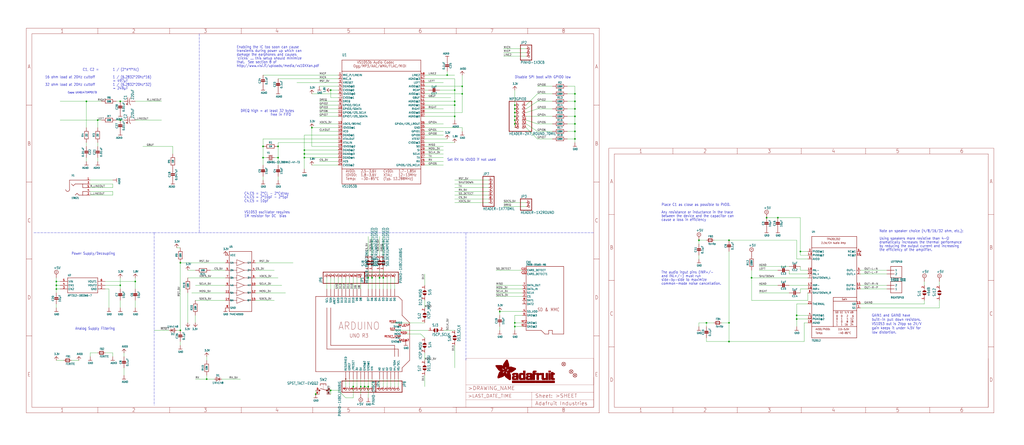
<source format=kicad_sch>
(kicad_sch (version 20211123) (generator eeschema)
  (paper "User" 692.15 301.219)
  (lib_symbols
    (symbol "eagleSchem-eagle-import:+5V" (power)
      (property "Value" "+5V" (at -1.905 3.175 0))
      (symbol "+5V_1_0"
        (pin power_in line (at 0 -2.54 90) (length 2.54) (name "+5V") (number "1"))
      )
    )
    (symbol "eagleSchem-eagle-import:1.8V" (power)
      (property "Value" "1.8V" (at -1.524 1.016 0))
      (symbol "1.8V_1_0"
        (pin power_in line (at 0 -2.54 90) (length 2.54) (name "1.8V") (number "1"))
      )
    )
    (symbol "eagleSchem-eagle-import:3.3V" (power)
      (property "Value" "3.3V" (at -1.524 1.016 0))
      (symbol "3.3V_1_0"
        (pin power_in line (at 0 -2.54 90) (length 2.54) (name "3.3V") (number "1"))
      )
    )
    (symbol "eagleSchem-eagle-import:74HC4050D"
      (property "Reference" "U" (at -7.62 22.86 0))
      (property "Value" "74HC4050D" (at -7.62 -22.86 0))
      (symbol "74HC4050D_1_0"
        (pin bidirectional line (at -10.16 17.78 0) (length 2.54) (name "VCC") (number "1"))
        (pin bidirectional line (at 10.16 -2.54 180) (length 2.54) (name "4Y") (number "10"))
        (pin bidirectional line (at -10.16 -7.62 0) (length 2.54) (name "5A") (number "11"))
        (pin bidirectional line (at 10.16 -7.62 180) (length 2.54) (name "5Y") (number "12"))
        (pin bidirectional line (at -10.16 -12.7 0) (length 2.54) (name "6A") (number "14"))
        (pin bidirectional line (at 10.16 -12.7 180) (length 2.54) (name "6Y") (number "15"))
        (pin bidirectional line (at 10.16 12.7 180) (length 2.54) (name "1Y") (number "2"))
        (pin bidirectional line (at -10.16 12.7 0) (length 2.54) (name "1A") (number "3"))
        (pin bidirectional line (at 10.16 7.62 180) (length 2.54) (name "2Y") (number "4"))
        (pin bidirectional line (at -10.16 7.62 0) (length 2.54) (name "2A") (number "5"))
        (pin bidirectional line (at 10.16 2.54 180) (length 2.54) (name "3Y") (number "6"))
        (pin bidirectional line (at -10.16 2.54 0) (length 2.54) (name "3A") (number "7"))
        (pin bidirectional line (at -10.16 -17.78 0) (length 2.54) (name "GND") (number "8"))
        (pin bidirectional line (at -10.16 -2.54 0) (length 2.54) (name "4A") (number "9"))
      )
    )
    (symbol "eagleSchem-eagle-import:AGND" (power)
      (property "Value" "AGND" (at -1.524 -2.54 0))
      (symbol "AGND_1_0"
        (pin power_in line (at 0 2.54 270) (length 2.54) (name "AGND") (number "1"))
      )
    )
    (symbol "eagleSchem-eagle-import:ARDUINO_R3_ICSP"
      (symbol "ARDUINO_R3_ICSP_1_0"
        (text "ARDUINO" (at 15.24 27.94 0) (effects (font (size 5.08 4.318)) (justify left bottom)))
        (text "UNO R3" (at 22.86 22.86 0) (effects (font (size 2.54 2.159)) (justify left bottom)))
        (pin power_in line (at 27.94 -5.08 90) (length 5.08) (name "3V") (number "3V"))
        (pin power_in line (at 30.48 -5.08 90) (length 5.08) (name "5V") (number "5V"))
        (pin passive line (at 60.96 30.48 180) (length 2.54) (name "5V@1") (number "5V_ICSP"))
        (pin bidirectional line (at 43.18 -5.08 90) (length 5.08) (name "A0") (number "A0"))
        (pin bidirectional line (at 45.72 -5.08 90) (length 5.08) (name "A1") (number "A1"))
        (pin bidirectional line (at 48.26 -5.08 90) (length 5.08) (name "A2") (number "A2"))
        (pin bidirectional line (at 50.8 -5.08 90) (length 5.08) (name "A3") (number "A3"))
        (pin bidirectional line (at 53.34 -5.08 90) (length 5.08) (name "A4/SDA") (number "A4"))
        (pin bidirectional line (at 55.88 -5.08 90) (length 5.08) (name "A5/SCL") (number "A5"))
        (pin bidirectional line (at 12.7 55.88 270) (length 5.08) (name "AREF") (number "AREF"))
        (pin bidirectional line (at 53.34 55.88 270) (length 5.08) (name "D0") (number "D0"))
        (pin bidirectional line (at 50.8 55.88 270) (length 5.08) (name "D1") (number "D1"))
        (pin bidirectional line (at 25.4 55.88 270) (length 5.08) (name "D10") (number "D10"))
        (pin bidirectional line (at 22.86 55.88 270) (length 5.08) (name "D11") (number "D11"))
        (pin bidirectional line (at 20.32 55.88 270) (length 5.08) (name "D12") (number "D12"))
        (pin bidirectional line (at 17.78 55.88 270) (length 5.08) (name "D13") (number "D13"))
        (pin bidirectional line (at 48.26 55.88 270) (length 5.08) (name "D2") (number "D2"))
        (pin bidirectional line (at 45.72 55.88 270) (length 5.08) (name "D3") (number "D3"))
        (pin bidirectional line (at 43.18 55.88 270) (length 5.08) (name "D4") (number "D4"))
        (pin bidirectional line (at 40.64 55.88 270) (length 5.08) (name "D5") (number "D5"))
        (pin bidirectional line (at 38.1 55.88 270) (length 5.08) (name "D6") (number "D6"))
        (pin bidirectional line (at 35.56 55.88 270) (length 5.08) (name "D7") (number "D7"))
        (pin bidirectional line (at 30.48 55.88 270) (length 5.08) (name "D8") (number "D8"))
        (pin bidirectional line (at 27.94 55.88 270) (length 5.08) (name "D9") (number "D9"))
        (pin power_in line (at 15.24 55.88 270) (length 5.08) (name "GND") (number "GND"))
        (pin power_in line (at 33.02 -5.08 90) (length 5.08) (name "GND@2") (number "GND@1"))
        (pin passive line (at 60.96 20.32 180) (length 2.54) (name "GND@3") (number "GND@2"))
        (pin power_in line (at 35.56 -5.08 90) (length 5.08) (name "GND@1") (number "GND@3"))
        (pin output line (at 22.86 -5.08 90) (length 5.08) (name "IOREF") (number "IOREF"))
        (pin passive line (at 50.8 33.02 0) (length 2.54) (name "MISO") (number "MISO"))
        (pin passive line (at 60.96 25.4 180) (length 2.54) (name "MOSI") (number "MOSI"))
        (pin no_connect line (at 20.32 -5.08 90) (length 5.08) (name "RESERVED") (number "RESERVED"))
        (pin bidirectional line (at 25.4 -5.08 90) (length 5.08) (name "/RESET") (number "RESET"))
        (pin passive line (at 50.8 22.86 0) (length 2.54) (name "RST") (number "RESET_ICSP"))
        (pin passive line (at 50.8 27.94 0) (length 2.54) (name "SCK") (number "SCK"))
        (pin bidirectional line (at 7.62 55.88 270) (length 5.08) (name "SCL") (number "SCL"))
        (pin bidirectional line (at 10.16 55.88 270) (length 5.08) (name "SDA") (number "SDA"))
        (pin power_in line (at 38.1 -5.08 90) (length 5.08) (name "VIN") (number "VIN"))
      )
    )
    (symbol "eagleSchem-eagle-import:AUDIOAMP_TPA2012D2"
      (property "Reference" "U" (at -15.24 33.02 0))
      (property "Value" "AUDIOAMP_TPA2012D2" (at -15.24 -40.64 0))
      (symbol "AUDIOAMP_TPA2012D2_1_0"
        (text "-40-85°C" (at 2.54 -35.56 0) (effects (font (size 1.27 1.0795)) (justify left bottom)))
        (text "0" (at 1.27 -26.035 0) (effects (font (size 1.27 1.0795)) (justify left bottom)))
        (text "0" (at 1.27 -24.13 0) (effects (font (size 1.27 1.0795)) (justify left bottom)))
        (text "0" (at 4.445 -27.94 0) (effects (font (size 1.27 1.0795)) (justify left bottom)))
        (text "0" (at 4.445 -24.13 0) (effects (font (size 1.27 1.0795)) (justify left bottom)))
        (text "1" (at 1.27 -29.845 0) (effects (font (size 1.27 1.0795)) (justify left bottom)))
        (text "1" (at 1.27 -27.94 0) (effects (font (size 1.27 1.0795)) (justify left bottom)))
        (text "1" (at 4.445 -29.845 0) (effects (font (size 1.27 1.0795)) (justify left bottom)))
        (text "1" (at 4.445 -26.035 0) (effects (font (size 1.27 1.0795)) (justify left bottom)))
        (text "12" (at 10.795 -26.035 0) (effects (font (size 1.27 1.0795)) (justify left bottom)))
        (text "16" (at 6.985 -29.845 0) (effects (font (size 1.27 1.0795)) (justify left bottom)))
        (text "18" (at 10.795 -27.94 0) (effects (font (size 1.27 1.0795)) (justify left bottom)))
        (text "2" (at 8.255 -24.13 0) (effects (font (size 1.27 1.0795)) (justify left bottom)))
        (text "2.1W/CH Audio Amp" (at -8.89 25.4 0) (effects (font (size 1.27 1.0795)) (justify left bottom)))
        (text "2.5-5.5V" (at 2.54 -33.02 0) (effects (font (size 1.27 1.0795)) (justify left bottom)))
        (text "24" (at 10.795 -29.845 0) (effects (font (size 1.27 1.0795)) (justify left bottom)))
        (text "4" (at 8.255 -26.035 0) (effects (font (size 1.27 1.0795)) (justify left bottom)))
        (text "6" (at 12.065 -24.13 0) (effects (font (size 1.27 1.0795)) (justify left bottom)))
        (text "8" (at 8.255 -27.94 0) (effects (font (size 1.27 1.0795)) (justify left bottom)))
        (text "AVDD/PVDD:" (at -12.7 -33.02 0) (effects (font (size 1.27 1.0795)) (justify left bottom)))
        (text "dB" (at 10.795 -21.59 0) (effects (font (size 1.27 1.0795)) (justify left bottom)))
        (text "G0" (at 0.635 -21.59 0) (effects (font (size 1.27 1.0795)) (justify left bottom)))
        (text "G1" (at 3.81 -21.59 0) (effects (font (size 1.27 1.0795)) (justify left bottom)))
        (text "Gain" (at 5.08 -12.7 0) (effects (font (size 1.27 1.0795)) (justify left bottom)))
        (text "Temp:" (at -12.7 -35.56 0) (effects (font (size 1.27 1.0795)) (justify left bottom)))
        (text "TPA2012D2" (at -5.08 27.94 0) (effects (font (size 1.27 1.0795)) (justify left bottom)))
        (text "V/V" (at 6.985 -21.59 0) (effects (font (size 1.27 1.0795)) (justify left bottom)))
        (pin input line (at 17.78 -17.78 180) (length 2.54) (name "G1") (number "1"))
        (pin no_connect line (at 17.78 17.78 180) (length 2.54) (name "NC@2") (number "10"))
        (pin output line (at 17.78 -2.54 180) (length 2.54) (name "OUTR-") (number "11"))
        (pin power_in line (at -17.78 -25.4 0) (length 2.54) (name "PGND@2") (number "12"))
        (pin power_in line (at -17.78 17.78 0) (length 2.54) (name "PVDD@2") (number "13"))
        (pin output line (at 17.78 -5.08 180) (length 2.54) (name "OUTR+") (number "14"))
        (pin input line (at 17.78 -15.24 180) (length 2.54) (name "G0") (number "15"))
        (pin input line (at -17.78 -5.08 0) (length 2.54) (name "INR+") (number "16"))
        (pin input line (at -17.78 -2.54 0) (length 2.54) (name "INR-") (number "17"))
        (pin power_in line (at -17.78 -27.94 0) (length 2.54) (name "AGND") (number "18"))
        (pin input line (at -17.78 7.62 0) (length 2.54) (name "INL-") (number "19"))
        (pin output line (at 17.78 5.08 180) (length 2.54) (name "OUTL+") (number "2"))
        (pin input line (at -17.78 5.08 0) (length 2.54) (name "INL+") (number "20"))
        (pin bidirectional line (at -17.78 -15.24 0) (length 2.54) (name "THERMAL") (number "21"))
        (pin power_in line (at -17.78 20.32 0) (length 2.54) (name "PVDD@1") (number "3"))
        (pin power_in line (at -17.78 -22.86 0) (length 2.54) (name "PGND@1") (number "4"))
        (pin output line (at 17.78 7.62 180) (length 2.54) (name "OUTL-") (number "5"))
        (pin no_connect line (at 17.78 20.32 180) (length 2.54) (name "NC@1") (number "6"))
        (pin input line (at -17.78 2.54 0) (length 2.54) (name "SHUTDOWN_L") (number "7"))
        (pin input line (at -17.78 -7.62 0) (length 2.54) (name "SHUTDOWN_R") (number "8"))
        (pin power_in line (at -17.78 15.24 0) (length 2.54) (name "AVDD") (number "9"))
      )
    )
    (symbol "eagleSchem-eagle-import:AUDIO_3.5MMJACK"
      (property "Reference" "X" (at -5.08 7.62 0))
      (property "Value" "AUDIO_3.5MMJACK" (at -5.08 -7.62 0))
      (symbol "AUDIO_3.5MMJACK_1_0"
        (pin bidirectional line (at 7.62 5.08 180) (length 2.54) (name "P$1") (number "1"))
        (pin bidirectional line (at 7.62 -5.08 180) (length 2.54) (name "P$5") (number "2"))
        (pin bidirectional line (at 7.62 2.54 180) (length 2.54) (name "P$2") (number "3"))
        (pin bidirectional line (at 7.62 -2.54 180) (length 2.54) (name "P$4") (number "4"))
        (pin bidirectional line (at 7.62 0 180) (length 2.54) (name "P$3") (number "5"))
      )
    )
    (symbol "eagleSchem-eagle-import:AVDD" (power)
      (property "Value" "AVDD" (at -1.524 1.016 0))
      (symbol "AVDD_1_0"
        (pin power_in line (at 0 -2.54 90) (length 2.54) (name "AVDD") (number "1"))
      )
    )
    (symbol "eagleSchem-eagle-import:CAP_CERAMIC0805-NOOUTLINE"
      (property "Reference" "C" (at -2.29 1.25 90))
      (property "Value" "CAP_CERAMIC0805-NOOUTLINE" (at 2.3 1.25 90))
      (symbol "CAP_CERAMIC0805-NOOUTLINE_1_0"
        (pin passive line (at 0 5.08 270) (length 2.54) (name "1") (number "1"))
        (pin passive line (at 0 -2.54 90) (length 2.54) (name "2") (number "2"))
      )
    )
    (symbol "eagleSchem-eagle-import:CAP_CERAMIC0805_10MGAP"
      (property "Reference" "C" (at -2.29 1.25 90))
      (property "Value" "CAP_CERAMIC0805_10MGAP" (at 2.3 1.25 90))
      (symbol "CAP_CERAMIC0805_10MGAP_1_0"
        (pin passive line (at 0 5.08 270) (length 2.54) (name "1") (number "1"))
        (pin passive line (at 0 -2.54 90) (length 2.54) (name "2") (number "2"))
      )
    )
    (symbol "eagleSchem-eagle-import:CAP_CERAMIC_0805MP"
      (property "Reference" "C" (at -2.29 1.25 90))
      (property "Value" "CAP_CERAMIC_0805MP" (at 2.3 1.25 90))
      (symbol "CAP_CERAMIC_0805MP_1_0"
        (pin passive line (at 0 5.08 270) (length 2.54) (name "1") (number "1"))
        (pin passive line (at 0 -2.54 90) (length 2.54) (name "2") (number "2"))
      )
    )
    (symbol "eagleSchem-eagle-import:CPOL-USC"
      (property "Reference" "C" (at 1.016 0.635 0))
      (property "Value" "CPOL-USC" (at 1.016 -4.191 0))
      (symbol "CPOL-USC_1_0"
        (pin passive line (at 0 2.54 270) (length 2.54) (name "+") (number "+"))
        (pin passive line (at 0 -5.08 90) (length 2.54) (name "-") (number "-"))
      )
    )
    (symbol "eagleSchem-eagle-import:CRYSTAL3.2X2.5"
      (property "Reference" "Y" (at -2.54 2.54 0))
      (property "Value" "CRYSTAL3.2X2.5" (at -2.54 -3.81 0))
      (symbol "CRYSTAL3.2X2.5_1_0"
        (pin passive line (at -2.54 0 0) (length 0) (name "1") (number "1"))
        (pin passive line (at 2.54 0 180) (length 0) (name "2") (number "2"))
      )
    )
    (symbol "eagleSchem-eagle-import:DIODESOD-323"
      (property "Reference" "D" (at 0 2.54 0))
      (property "Value" "DIODESOD-323" (at 0 -2.5 0))
      (symbol "DIODESOD-323_1_0"
        (pin passive line (at -2.54 0 0) (length 2.54) (name "A") (number "A"))
        (pin passive line (at 2.54 0 180) (length 2.54) (name "C") (number "C"))
      )
    )
    (symbol "eagleSchem-eagle-import:FERRITE_0805MP"
      (property "Reference" "FB" (at -1.27 1.905 0))
      (property "Value" "FERRITE_0805MP" (at -1.27 -3.175 0))
      (symbol "FERRITE_0805MP_1_0"
        (pin passive line (at -2.54 0 0) (length 2.54) (name "P$1") (number "1"))
        (pin passive line (at 2.54 0 180) (length 2.54) (name "P$2") (number "2"))
      )
    )
    (symbol "eagleSchem-eagle-import:FIDUCIAL{dblquote}{dblquote}")
    (symbol "eagleSchem-eagle-import:FRAME_A3_ADAFRUIT"
      (symbol "FRAME_A3_ADAFRUIT_0_0"
        (text "1" (at 24.2094 1.905 0) (effects (font (size 2.54 2.286))))
        (text "1" (at 24.2094 258.445 0) (effects (font (size 2.54 2.286))))
        (text "2" (at 72.6281 1.905 0) (effects (font (size 2.54 2.286))))
        (text "2" (at 72.6281 258.445 0) (effects (font (size 2.54 2.286))))
        (text "3" (at 121.0469 1.905 0) (effects (font (size 2.54 2.286))))
        (text "3" (at 121.0469 258.445 0) (effects (font (size 2.54 2.286))))
        (text "4" (at 169.4656 1.905 0) (effects (font (size 2.54 2.286))))
        (text "4" (at 169.4656 258.445 0) (effects (font (size 2.54 2.286))))
        (text "5" (at 217.8844 1.905 0) (effects (font (size 2.54 2.286))))
        (text "5" (at 217.8844 258.445 0) (effects (font (size 2.54 2.286))))
        (text "6" (at 266.3031 1.905 0) (effects (font (size 2.54 2.286))))
        (text "6" (at 266.3031 258.445 0) (effects (font (size 2.54 2.286))))
        (text "7" (at 314.7219 1.905 0) (effects (font (size 2.54 2.286))))
        (text "7" (at 314.7219 258.445 0) (effects (font (size 2.54 2.286))))
        (text "8" (at 363.1406 1.905 0) (effects (font (size 2.54 2.286))))
        (text "8" (at 363.1406 258.445 0) (effects (font (size 2.54 2.286))))
        (text "A" (at 1.905 234.315 0) (effects (font (size 2.54 2.286))))
        (text "A" (at 385.445 234.315 0) (effects (font (size 2.54 2.286))))
        (text "B" (at 1.905 182.245 0) (effects (font (size 2.54 2.286))))
        (text "B" (at 385.445 182.245 0) (effects (font (size 2.54 2.286))))
        (text "C" (at 1.905 130.175 0) (effects (font (size 2.54 2.286))))
        (text "C" (at 385.445 130.175 0) (effects (font (size 2.54 2.286))))
        (text "D" (at 1.905 78.105 0) (effects (font (size 2.54 2.286))))
        (text "D" (at 385.445 78.105 0) (effects (font (size 2.54 2.286))))
        (text "E" (at 1.905 26.035 0) (effects (font (size 2.54 2.286))))
        (text "E" (at 385.445 26.035 0) (effects (font (size 2.54 2.286))))
      )
      (symbol "FRAME_A3_ADAFRUIT_1_0"
        (text ">DRAWING_NAME" (at 298.45 15.24 0) (effects (font (size 2.54 2.54)) (justify left bottom)))
        (text ">LAST_DATE_TIME" (at 298.45 10.16 0) (effects (font (size 2.286 2.286)) (justify left bottom)))
        (text ">SHEET" (at 357.505 10.16 0) (effects (font (size 2.54 2.54)) (justify left bottom)))
        (text "Adafruit Industries" (at 343.916 4.953 0) (effects (font (size 2.54 2.54)) (justify left bottom)))
        (text "Sheet:" (at 343.916 10.033 0) (effects (font (size 2.54 2.54)) (justify left bottom)))
      )
    )
    (symbol "eagleSchem-eagle-import:FRAME_A4"
      (symbol "FRAME_A4_0_0"
        (text "1" (at 21.6958 1.905 0) (effects (font (size 2.54 2.286))))
        (text "1" (at 21.6958 177.165 0) (effects (font (size 2.54 2.286))))
        (text "2" (at 65.0875 1.905 0) (effects (font (size 2.54 2.286))))
        (text "2" (at 65.0875 177.165 0) (effects (font (size 2.54 2.286))))
        (text "3" (at 108.4792 1.905 0) (effects (font (size 2.54 2.286))))
        (text "3" (at 108.4792 177.165 0) (effects (font (size 2.54 2.286))))
        (text "4" (at 151.8708 1.905 0) (effects (font (size 2.54 2.286))))
        (text "4" (at 151.8708 177.165 0) (effects (font (size 2.54 2.286))))
        (text "5" (at 195.2625 1.905 0) (effects (font (size 2.54 2.286))))
        (text "5" (at 195.2625 177.165 0) (effects (font (size 2.54 2.286))))
        (text "6" (at 238.6542 1.905 0) (effects (font (size 2.54 2.286))))
        (text "6" (at 238.6542 177.165 0) (effects (font (size 2.54 2.286))))
        (text "A" (at 1.905 156.6863 0) (effects (font (size 2.54 2.286))))
        (text "A" (at 258.445 156.6863 0) (effects (font (size 2.54 2.286))))
        (text "B" (at 1.905 111.9188 0) (effects (font (size 2.54 2.286))))
        (text "B" (at 258.445 111.9188 0) (effects (font (size 2.54 2.286))))
        (text "C" (at 1.905 67.1513 0) (effects (font (size 2.54 2.286))))
        (text "C" (at 258.445 67.1513 0) (effects (font (size 2.54 2.286))))
        (text "D" (at 1.905 22.3838 0) (effects (font (size 2.54 2.286))))
        (text "D" (at 258.445 22.3838 0) (effects (font (size 2.54 2.286))))
      )
      (symbol "FRAME_A4_2_0"
        (text "PART OR WHOLE IS STRICTLY PROHIBITED WITHOUT WRITTEN PERMISSION!" (at 3.81 -5.08 0) (effects (font (size 1.27 1.0795)) (justify left bottom)))
        (text "PROPRIETARY" (at 3.81 -10.16 0) (effects (font (size 2.54 2.159) (thickness 0.4318) bold) (justify left bottom)))
        (text "THIS DRAWING CONTAINS CONFIDENTIAL INFORMATION. ANY REPRODUCTION IN" (at 3.81 -2.794 0) (effects (font (size 1.27 1.0795)) (justify left bottom)))
      )
      (symbol "FRAME_A4_3_0"
        (text "2013" (at 112.7125 30.1625 0) (effects (font (size 1.778 1.5113)) (justify left bottom)))
        (text ">CHECKED" (at 2.54 11.43 0) (effects (font (size 1.778 1.5113)) (justify left bottom)))
        (text ">COMPANY" (at 23.6538 29.3687 0) (effects (font (size 3.175 2.6987) (thickness 0.5397) bold) (justify left bottom)))
        (text ">DATE" (at 2.54 2.54 0) (effects (font (size 1.778 1.5113)) (justify left bottom)))
        (text ">DRAWING_NAME" (at 33.3375 2.54 0) (effects (font (size 2.54 2.159)) (justify left bottom)))
        (text ">DRAWN" (at 2.54 20.32 0) (effects (font (size 1.778 1.5113)) (justify left bottom)))
        (text ">DRGNO" (at 91.44 8.89 0) (effects (font (size 2.1844 1.8567)) (justify left bottom)))
        (text ">LAST_DATE_TIME" (at 33.02 8.89 0) (effects (font (size 2.54 2.159)) (justify left bottom)))
        (text ">REV" (at 114.3 18.415 0) (effects (font (size 3.81 3.2385)) (justify left bottom)))
        (text ">SHEET" (at 109.22 2.54 0) (effects (font (size 2.54 2.54)) (justify left bottom)))
        (text "C" (at 109.0612 30.48 0) (effects (font (size 1.27 1.0795)) (justify left bottom)))
        (text "CHECKED" (at 1.27 15.875 0) (effects (font (size 1.778 1.5113)) (justify left bottom)))
        (text "DATE" (at 1.27 6.985 0) (effects (font (size 1.778 1.5113)) (justify left bottom)))
        (text "DATE" (at 21.59 12.7 0) (effects (font (size 2.54 2.54)) (justify left bottom)))
        (text "DRAWN" (at 1.27 24.765 0) (effects (font (size 1.778 1.5113)) (justify left bottom)))
        (text "DRG" (at 90.17 12.7 0) (effects (font (size 2.54 2.54)) (justify left bottom)))
        (text "FILE:" (at 21.59 2.54 0) (effects (font (size 2.54 2.54)) (justify left bottom)))
        (text "ISSUE" (at 5.3975 30.1625 0) (effects (font (size 1.9304 1.6408)) (justify left bottom)))
        (text "N" (at 98.7425 12.7 0) (effects (font (size 2.54 2.54)) (justify left bottom)))
        (text "o" (at 101.2825 13.6525 0) (effects (font (size 2.1844 1.8567)) (justify left bottom)))
        (text "PAGE:" (at 97.155 2.54 0) (effects (font (size 2.54 2.54)) (justify left bottom)))
        (text "REV" (at 112.7125 24.13 0) (effects (font (size 2.54 2.54)) (justify left bottom)))
        (text "TITLE" (at 21.59 24.13 0) (effects (font (size 2.54 2.54)) (justify left bottom)))
      )
    )
    (symbol "eagleSchem-eagle-import:GND" (power)
      (property "Value" "GND" (at -1.524 -2.54 0))
      (symbol "GND_1_0"
        (pin power_in line (at 0 2.54 270) (length 2.54) (name "GND") (number "1"))
      )
    )
    (symbol "eagleSchem-eagle-import:HEADER-1X1070MIL"
      (property "Reference" "JP" (at -6.35 13.335 0))
      (property "Value" "HEADER-1X1070MIL" (at -6.35 -17.78 0))
      (symbol "HEADER-1X1070MIL_1_0"
        (pin passive inverted (at -2.54 10.16 0) (length 2.54) (name "1") (number "1"))
        (pin passive inverted (at -2.54 -12.7 0) (length 2.54) (name "10") (number "10"))
        (pin passive inverted (at -2.54 7.62 0) (length 2.54) (name "2") (number "2"))
        (pin passive inverted (at -2.54 5.08 0) (length 2.54) (name "3") (number "3"))
        (pin passive inverted (at -2.54 2.54 0) (length 2.54) (name "4") (number "4"))
        (pin passive inverted (at -2.54 0 0) (length 2.54) (name "5") (number "5"))
        (pin passive inverted (at -2.54 -2.54 0) (length 2.54) (name "6") (number "6"))
        (pin passive inverted (at -2.54 -5.08 0) (length 2.54) (name "7") (number "7"))
        (pin passive inverted (at -2.54 -7.62 0) (length 2.54) (name "8") (number "8"))
        (pin passive inverted (at -2.54 -10.16 0) (length 2.54) (name "9") (number "9"))
      )
    )
    (symbol "eagleSchem-eagle-import:HEADER-1X2ROUND"
      (property "Reference" "JP" (at -6.35 5.715 0))
      (property "Value" "HEADER-1X2ROUND" (at -6.35 -5.08 0))
      (symbol "HEADER-1X2ROUND_1_0"
        (pin passive inverted (at -2.54 2.54 0) (length 2.54) (name "1") (number "1"))
        (pin passive inverted (at -2.54 0 0) (length 2.54) (name "2") (number "2"))
      )
    )
    (symbol "eagleSchem-eagle-import:HEADER-1X770MIL"
      (property "Reference" "JP" (at -6.35 10.795 0))
      (property "Value" "HEADER-1X770MIL" (at -6.35 -12.7 0))
      (symbol "HEADER-1X770MIL_1_0"
        (pin passive inverted (at -2.54 7.62 0) (length 2.54) (name "1") (number "1"))
        (pin passive inverted (at -2.54 5.08 0) (length 2.54) (name "2") (number "2"))
        (pin passive inverted (at -2.54 2.54 0) (length 2.54) (name "3") (number "3"))
        (pin passive inverted (at -2.54 0 0) (length 2.54) (name "4") (number "4"))
        (pin passive inverted (at -2.54 -2.54 0) (length 2.54) (name "5") (number "5"))
        (pin passive inverted (at -2.54 -5.08 0) (length 2.54) (name "6") (number "6"))
        (pin passive inverted (at -2.54 -7.62 0) (length 2.54) (name "7") (number "7"))
      )
    )
    (symbol "eagleSchem-eagle-import:HEADER-2X7_ROUND_70MIL"
      (property "Reference" "JP" (at -6.35 10.795 0))
      (property "Value" "HEADER-2X7_ROUND_70MIL" (at -6.35 -12.7 0))
      (symbol "HEADER-2X7_ROUND_70MIL_1_0"
        (pin passive inverted (at -2.54 7.62 0) (length 2.54) (name "1") (number "1"))
        (pin passive inverted (at 5.08 -2.54 180) (length 2.54) (name "10") (number "10"))
        (pin passive inverted (at -2.54 -5.08 0) (length 2.54) (name "11") (number "11"))
        (pin passive inverted (at 5.08 -5.08 180) (length 2.54) (name "12") (number "12"))
        (pin passive inverted (at -2.54 -7.62 0) (length 2.54) (name "13") (number "13"))
        (pin passive inverted (at 5.08 -7.62 180) (length 2.54) (name "14") (number "14"))
        (pin passive inverted (at 5.08 7.62 180) (length 2.54) (name "2") (number "2"))
        (pin passive inverted (at -2.54 5.08 0) (length 2.54) (name "3") (number "3"))
        (pin passive inverted (at 5.08 5.08 180) (length 2.54) (name "4") (number "4"))
        (pin passive inverted (at -2.54 2.54 0) (length 2.54) (name "5") (number "5"))
        (pin passive inverted (at 5.08 2.54 180) (length 2.54) (name "6") (number "6"))
        (pin passive inverted (at -2.54 0 0) (length 2.54) (name "7") (number "7"))
        (pin passive inverted (at 5.08 0 180) (length 2.54) (name "8") (number "8"))
        (pin passive inverted (at -2.54 -2.54 0) (length 2.54) (name "9") (number "9"))
      )
    )
    (symbol "eagleSchem-eagle-import:MICROSD"
      (property "Reference" "X" (at -12.7 22.606 0))
      (property "Value" "MICROSD" (at -12.7 20.828 0))
      (symbol "MICROSD_1_0"
        (text "SD & MMC" (at -5.08 -10.16 0) (effects (font (size 2.1844 1.8567)) (justify left bottom)))
        (pin bidirectional line (at -15.24 -5.08 0) (length 2.54) (name "DAT2") (number "1"))
        (pin input line (at -15.24 0 0) (length 2.54) (name "CS") (number "2"))
        (pin input line (at -15.24 5.08 0) (length 2.54) (name "DATA_IN") (number "3"))
        (pin power_in line (at -15.24 -10.16 0) (length 2.54) (name "SD_VDD") (number "4"))
        (pin input line (at -15.24 2.54 0) (length 2.54) (name "SCLK") (number "5"))
        (pin power_in line (at -15.24 -12.7 0) (length 2.54) (name "GND@3") (number "6"))
        (pin output line (at -15.24 7.62 0) (length 2.54) (name "DATA_OUT") (number "7"))
        (pin bidirectional line (at -15.24 -2.54 0) (length 2.54) (name "DAT1") (number "8"))
        (pin passive line (at -15.24 17.78 0) (length 2.54) (name "CARD_DETECT") (number "CD1"))
        (pin passive line (at -15.24 15.24 0) (length 2.54) (name "CARD_DETECT1") (number "CD2"))
        (pin power_in line (at -15.24 -20.32 0) (length 2.54) (name "GND@2") (number "MT1"))
        (pin power_in line (at -15.24 -17.78 0) (length 2.54) (name "GND@1") (number "MT2"))
      )
    )
    (symbol "eagleSchem-eagle-import:PINHD-1X3CB"
      (property "Reference" "JP" (at -6.35 5.715 0))
      (property "Value" "PINHD-1X3CB" (at -6.35 -7.62 0))
      (symbol "PINHD-1X3CB_1_0"
        (pin passive inverted (at -2.54 2.54 0) (length 2.54) (name "1") (number "1"))
        (pin passive inverted (at -2.54 0 0) (length 2.54) (name "2") (number "2"))
        (pin passive inverted (at -2.54 -2.54 0) (length 2.54) (name "3") (number "3"))
      )
    )
    (symbol "eagleSchem-eagle-import:PINHD-1X6CB"
      (property "Reference" "JP" (at -6.35 10.795 0))
      (property "Value" "PINHD-1X6CB" (at -6.35 -10.16 0))
      (symbol "PINHD-1X6CB_1_0"
        (pin passive inverted (at -2.54 7.62 0) (length 2.54) (name "1") (number "1"))
        (pin passive inverted (at -2.54 5.08 0) (length 2.54) (name "2") (number "2"))
        (pin passive inverted (at -2.54 2.54 0) (length 2.54) (name "3") (number "3"))
        (pin passive inverted (at -2.54 0 0) (length 2.54) (name "4") (number "4"))
        (pin passive inverted (at -2.54 -2.54 0) (length 2.54) (name "5") (number "5"))
        (pin passive inverted (at -2.54 -5.08 0) (length 2.54) (name "6") (number "6"))
      )
    )
    (symbol "eagleSchem-eagle-import:PINHD-1X8CLEANBIG"
      (property "Reference" "JP" (at -6.35 10.795 0))
      (property "Value" "PINHD-1X8CLEANBIG" (at -6.35 -15.24 0))
      (symbol "PINHD-1X8CLEANBIG_1_0"
        (pin passive inverted (at -2.54 7.62 0) (length 2.54) (name "1") (number "1"))
        (pin passive inverted (at -2.54 5.08 0) (length 2.54) (name "2") (number "2"))
        (pin passive inverted (at -2.54 2.54 0) (length 2.54) (name "3") (number "3"))
        (pin passive inverted (at -2.54 0 0) (length 2.54) (name "4") (number "4"))
        (pin passive inverted (at -2.54 -2.54 0) (length 2.54) (name "5") (number "5"))
        (pin passive inverted (at -2.54 -5.08 0) (length 2.54) (name "6") (number "6"))
        (pin passive inverted (at -2.54 -7.62 0) (length 2.54) (name "7") (number "7"))
        (pin passive inverted (at -2.54 -10.16 0) (length 2.54) (name "8") (number "8"))
      )
    )
    (symbol "eagleSchem-eagle-import:RESISTOR0805_NOOUTLINE"
      (property "Reference" "R" (at 0 2.54 0))
      (property "Value" "RESISTOR0805_NOOUTLINE" (at 0 0 0))
      (symbol "RESISTOR0805_NOOUTLINE_1_0"
        (pin passive line (at -5.08 0 0) (length 2.54) (name "1") (number "1"))
        (pin passive line (at 5.08 0 180) (length 2.54) (name "2") (number "2"))
      )
    )
    (symbol "eagleSchem-eagle-import:RESISTOR_0805MP"
      (property "Reference" "R" (at 0 2.54 0))
      (property "Value" "RESISTOR_0805MP" (at 0 0 0))
      (symbol "RESISTOR_0805MP_1_0"
        (pin passive line (at -5.08 0 0) (length 2.54) (name "1") (number "1"))
        (pin passive line (at 5.08 0 180) (length 2.54) (name "2") (number "2"))
      )
    )
    (symbol "eagleSchem-eagle-import:SOLDERJUMPER"
      (property "Reference" "SJ" (at -2.54 2.54 0))
      (property "Value" "SOLDERJUMPER" (at -2.54 -3.81 0))
      (symbol "SOLDERJUMPER_1_0"
        (pin passive line (at -5.08 0 0) (length 2.54) (name "1") (number "1"))
        (pin passive line (at 5.08 0 180) (length 2.54) (name "2") (number "2"))
      )
    )
    (symbol "eagleSchem-eagle-import:SOLDERJUMPERCLOSED"
      (property "Reference" "SJ" (at -2.54 2.54 0))
      (property "Value" "SOLDERJUMPERCLOSED" (at -2.54 -3.81 0))
      (symbol "SOLDERJUMPERCLOSED_1_0"
        (pin passive line (at -5.08 0 0) (length 2.54) (name "1") (number "1"))
        (pin passive line (at 5.08 0 180) (length 2.54) (name "2") (number "2"))
      )
    )
    (symbol "eagleSchem-eagle-import:SOLDERJUMPERREFLOW_NOPASTE"
      (property "Reference" "SJ" (at -2.54 2.54 0))
      (property "Value" "SOLDERJUMPERREFLOW_NOPASTE" (at -2.54 -3.81 0))
      (symbol "SOLDERJUMPERREFLOW_NOPASTE_1_0"
        (pin passive line (at -5.08 0 0) (length 2.54) (name "1") (number "1"))
        (pin passive line (at 5.08 0 180) (length 2.54) (name "2") (number "2"))
      )
    )
    (symbol "eagleSchem-eagle-import:SPST_TACT-EVQQ2"
      (property "Reference" "SW" (at -6.35 -2.54 90))
      (property "Value" "SPST_TACT-EVQQ2" (at -3.81 3.175 90))
      (symbol "SPST_TACT-EVQQ2_1_0"
        (pin passive line (at 0 -5.08 90) (length 2.54) (name "P") (number "A"))
        (pin passive line (at 2.54 -5.08 90) (length 2.54) (name "P1") (number "A'"))
        (pin passive line (at 0 5.08 270) (length 2.54) (name "S") (number "B"))
        (pin passive line (at 2.54 5.08 270) (length 2.54) (name "S1") (number "B'"))
      )
    )
    (symbol "eagleSchem-eagle-import:TERMBLOCK_1X2"
      (property "Reference" "X" (at -2.54 7.62 0))
      (property "Value" "TERMBLOCK_1X2" (at -2.54 -5.08 0))
      (symbol "TERMBLOCK_1X2_1_0"
        (pin passive line (at -5.08 2.54 0) (length 5.08) (name "1") (number "1"))
        (pin passive line (at -5.08 0 0) (length 5.08) (name "2") (number "2"))
      )
    )
    (symbol "eagleSchem-eagle-import:VREG_SOT23-6_DUALAP7312"
      (property "Reference" "U" (at -10.16 6.096 0))
      (property "Value" "VREG_SOT23-6_DUALAP7312" (at -10.16 -7.62 0))
      (symbol "VREG_SOT23-6_DUALAP7312_1_0"
        (pin bidirectional line (at 15.24 0 180) (length 5.08) (name "VOUT2") (number "1"))
        (pin bidirectional line (at 15.24 -2.54 180) (length 5.08) (name "GND") (number "2"))
        (pin bidirectional line (at -15.24 -2.54 0) (length 5.08) (name "EN2") (number "3"))
        (pin bidirectional line (at -15.24 0 0) (length 5.08) (name "EN1") (number "4"))
        (pin bidirectional line (at -15.24 2.54 0) (length 5.08) (name "VIN") (number "5"))
        (pin bidirectional line (at 15.24 2.54 180) (length 5.08) (name "VOUT1") (number "6"))
      )
    )
    (symbol "eagleSchem-eagle-import:VS1053B"
      (property "Reference" "U" (at -25.4 43.18 0))
      (property "Value" "VS1053B" (at -25.4 -45.72 0))
      (symbol "VS1053B_1_0"
        (text "(Typ. 12.288MHz)" (at 2.54 -40.64 0) (effects (font (size 1.778 1.5113)) (justify left bottom)))
        (text "-30-85°C" (at -12.7 -40.64 0) (effects (font (size 1.778 1.5113)) (justify left bottom)))
        (text "1.7-1.85V" (at 12.7 -35.56 0) (effects (font (size 1.778 1.5113)) (justify left bottom)))
        (text "1.8-3.6V" (at -12.7 -38.1 0) (effects (font (size 1.778 1.5113)) (justify left bottom)))
        (text "12-13MHz" (at 12.7 -38.1 0) (effects (font (size 1.778 1.5113)) (justify left bottom)))
        (text "2.5-3.6V" (at -12.7 -35.56 0) (effects (font (size 1.778 1.5113)) (justify left bottom)))
        (text "AVDD:" (at -22.86 -35.56 0) (effects (font (size 1.778 1.5113)) (justify left bottom)))
        (text "CVDD:" (at 2.54 -35.56 0) (effects (font (size 1.778 1.5113)) (justify left bottom)))
        (text "IOVDD:" (at -22.86 -38.1 0) (effects (font (size 1.778 1.5113)) (justify left bottom)))
        (text "Ogg/MP3/AAC/WMA/FLAC/MIDI" (at -17.78 35.56 0) (effects (font (size 1.778 1.5113)) (justify left bottom)))
        (text "Temp:" (at -22.86 -40.64 0) (effects (font (size 1.778 1.5113)) (justify left bottom)))
        (text "VS1053b Audio Codec" (at -15.24 38.1 0) (effects (font (size 1.778 1.5113)) (justify left bottom)))
        (text "XTAL:" (at 2.54 -38.1 0) (effects (font (size 1.778 1.5113)) (justify left bottom)))
        (pin bidirectional line (at -27.94 30.48 0) (length 2.54) (name "MIC_P/LINEIN") (number "1"))
        (pin bidirectional line (at -27.94 7.62 0) (length 2.54) (name "GPIO3/SDATA") (number "10"))
        (pin bidirectional line (at -27.94 5.08 0) (length 2.54) (name "GPIO6/I2S_SCLK") (number "11"))
        (pin bidirectional line (at -27.94 2.54 0) (length 2.54) (name "GPIO7/I2S_SDATA") (number "12"))
        (pin bidirectional line (at -27.94 -2.54 0) (length 2.54) (name "XDCS/BSYNC") (number "13"))
        (pin power_in line (at -27.94 -5.08 0) (length 2.54) (name "IOVDD@1") (number "14"))
        (pin bidirectional line (at -27.94 -7.62 0) (length 2.54) (name "VCO") (number "15"))
        (pin power_in line (at -27.94 -10.16 0) (length 2.54) (name "DGND@1") (number "16"))
        (pin output line (at -27.94 -12.7 0) (length 2.54) (name "XTALOUT") (number "17"))
        (pin input line (at -27.94 -15.24 0) (length 2.54) (name "XTALIN") (number "18"))
        (pin power_in line (at -27.94 -17.78 0) (length 2.54) (name "IOVDD@2") (number "19"))
        (pin bidirectional line (at -27.94 27.94 0) (length 2.54) (name "MIC_N") (number "2"))
        (pin power_in line (at -27.94 -20.32 0) (length 2.54) (name "DGND@2") (number "20"))
        (pin power_in line (at -27.94 -22.86 0) (length 2.54) (name "DGND@3") (number "21"))
        (pin power_in line (at -27.94 -25.4 0) (length 2.54) (name "DGND@4") (number "22"))
        (pin bidirectional line (at -27.94 -27.94 0) (length 2.54) (name "XCS") (number "23"))
        (pin power_in line (at -27.94 -30.48 0) (length 2.54) (name "CVDD@2") (number "24"))
        (pin bidirectional line (at 30.48 -30.48 180) (length 2.54) (name "GPIO5/I2S_MCLK") (number "25"))
        (pin bidirectional line (at 30.48 -27.94 180) (length 2.54) (name "RX") (number "26"))
        (pin bidirectional line (at 30.48 -25.4 180) (length 2.54) (name "TX") (number "27"))
        (pin bidirectional line (at 30.48 -22.86 180) (length 2.54) (name "SCLK") (number "28"))
        (pin bidirectional line (at 30.48 -20.32 180) (length 2.54) (name "SI") (number "29"))
        (pin bidirectional line (at -27.94 25.4 0) (length 2.54) (name "XRESET") (number "3"))
        (pin bidirectional line (at 30.48 -17.78 180) (length 2.54) (name "SO") (number "30"))
        (pin power_in line (at 30.48 -15.24 180) (length 2.54) (name "CVDD@3") (number "31"))
        (pin bidirectional line (at 30.48 -12.7 180) (length 2.54) (name "XTEST") (number "32"))
        (pin bidirectional line (at 30.48 -10.16 180) (length 2.54) (name "GPIO0") (number "33"))
        (pin bidirectional line (at 30.48 -7.62 180) (length 2.54) (name "GPIO1") (number "34"))
        (pin power_in line (at 30.48 -5.08 180) (length 2.54) (name "GND") (number "35"))
        (pin bidirectional line (at 30.48 -2.54 180) (length 2.54) (name "GPIO4/I2S_LROUT") (number "36"))
        (pin power_in line (at 30.48 2.54 180) (length 2.54) (name "AGND@0") (number "37"))
        (pin power_in line (at 30.48 5.08 180) (length 2.54) (name "AVDD@0") (number "38"))
        (pin bidirectional line (at 30.48 7.62 180) (length 2.54) (name "RIGHT") (number "39"))
        (pin power_in line (at -27.94 22.86 0) (length 2.54) (name "DGND@0") (number "4"))
        (pin power_in line (at 30.48 10.16 180) (length 2.54) (name "AGND@1") (number "40"))
        (pin power_in line (at 30.48 12.7 180) (length 2.54) (name "AGND@2") (number "41"))
        (pin bidirectional line (at 30.48 15.24 180) (length 2.54) (name "GBUF") (number "42"))
        (pin power_in line (at 30.48 17.78 180) (length 2.54) (name "AVDD@1") (number "43"))
        (pin bidirectional line (at 30.48 20.32 180) (length 2.54) (name "RCAP") (number "44"))
        (pin power_in line (at 30.48 22.86 180) (length 2.54) (name "AVDD@2") (number "45"))
        (pin bidirectional line (at 30.48 25.4 180) (length 2.54) (name "LEFT") (number "46"))
        (pin power_in line (at 30.48 27.94 180) (length 2.54) (name "AGND@3") (number "47"))
        (pin bidirectional line (at 30.48 30.48 180) (length 2.54) (name "LINE2") (number "48"))
        (pin power_in line (at -27.94 20.32 0) (length 2.54) (name "CVDD@0") (number "5"))
        (pin power_in line (at -27.94 17.78 0) (length 2.54) (name "IOVDD@0") (number "6"))
        (pin power_in line (at -27.94 15.24 0) (length 2.54) (name "CVDD@1") (number "7"))
        (pin bidirectional line (at -27.94 12.7 0) (length 2.54) (name "DREQ") (number "8"))
        (pin bidirectional line (at -27.94 10.16 0) (length 2.54) (name "GPIO2/DCLK") (number "9"))
      )
    )
  )
  (junction (at 388.62 63.5))
  (junction (at 251.46 187.96))
  (junction (at 541.02 170.18))
  (junction (at 307.34 60.96))
  (junction (at 388.62 83.82))
  (junction (at 347.98 220.98))
  (junction (at 388.62 68.58))
  (junction (at 223.52 60.96))
  (junction (at 81.28 68.58))
  (junction (at 38.1 190.5))
  (junction (at 492.76 162.56))
  (junction (at 492.76 218.44))
  (junction (at 347.98 81.28))
  (junction (at 243.84 261.62))
  (junction (at 347.98 218.44))
  (junction (at 38.1 193.04))
  (junction (at 508 187.96))
  (junction (at 307.34 78.74))
  (junction (at 307.34 71.12))
  (junction (at 492.76 231.14))
  (junction (at 312.42 63.5))
  (junction (at 477.52 218.44))
  (junction (at 223.52 264.16))
  (junction (at 472.44 162.56))
  (junction (at 347.98 73.66))
  (junction (at 58.42 68.58))
  (junction (at 205.74 101.6))
  (junction (at 347.98 76.2))
  (junction (at 187.96 99.06))
  (junction (at 307.34 68.58))
  (junction (at 177.8 99.06))
  (junction (at 347.98 71.12))
  (junction (at 38.1 195.58))
  (junction (at 248.92 261.62))
  (junction (at 518.16 147.32))
  (junction (at 538.48 213.36))
  (junction (at 66.04 81.28))
  (junction (at 337.82 210.82))
  (junction (at 312.42 58.42))
  (junction (at 121.92 223.52))
  (junction (at 388.62 93.98))
  (junction (at 121.92 177.8))
  (junction (at 205.74 104.14))
  (junction (at 248.92 187.96))
  (junction (at 388.62 88.9))
  (junction (at 91.44 190.5))
  (junction (at 347.98 83.82))
  (junction (at 246.38 261.62))
  (junction (at 538.48 215.9))
  (junction (at 213.36 266.7))
  (junction (at 259.08 187.96))
  (junction (at 238.76 261.62))
  (junction (at 210.82 86.36))
  (junction (at 187.96 106.68))
  (junction (at 81.28 193.04))
  (junction (at 388.62 73.66))
  (junction (at 256.54 187.96))
  (junction (at 347.98 78.74))
  (junction (at 302.26 50.8))
  (junction (at 388.62 78.74))
  (junction (at 139.7 256.54))
  (junction (at 525.78 147.32))
  (junction (at 205.74 106.68))
  (junction (at 177.8 106.68))
  (junction (at 81.28 81.28))
  (wire (pts (xy 287.02 53.34) (xy 307.34 53.34)))
  (wire (pts (xy 347.98 83.82) (xy 347.98 81.28)))
  (wire (pts (xy 246.38 261.62) (xy 248.92 261.62)))
  (wire (pts (xy 228.6 78.74) (xy 215.9 78.74)))
  (wire (pts (xy 287.02 106.68) (xy 299.72 106.68)))
  (wire (pts (xy 287.02 88.9) (xy 299.72 88.9)))
  (wire (pts (xy 546.1 182.88) (xy 541.02 182.88)))
  (wire (pts (xy 330.2 132.08) (xy 307.34 132.08)))
  (wire (pts (xy 228.6 86.36) (xy 210.82 86.36)))
  (wire (pts (xy 287.02 99.06) (xy 299.72 99.06)))
  (wire (pts (xy 543.56 231.14) (xy 543.56 218.44)))
  (wire (pts (xy 525.78 182.88) (xy 513.08 182.88)))
  (wire (pts (xy 355.6 139.7) (xy 340.36 139.7)))
  (wire (pts (xy 139.7 256.54) (xy 132.08 256.54)))
  (wire (pts (xy 132.08 213.36) (xy 132.08 218.44)))
  (wire (pts (xy 388.62 78.74) (xy 388.62 83.82)))
  (wire (pts (xy 347.98 86.36) (xy 347.98 83.82)))
  (wire (pts (xy 60.96 129.54) (xy 76.2 129.54)))
  (wire (pts (xy 363.22 58.42) (xy 373.38 58.42)))
  (wire (pts (xy 172.72 187.96) (xy 187.96 187.96)))
  (wire (pts (xy 388.62 73.66) (xy 383.54 73.66)))
  (wire (pts (xy 187.96 96.52) (xy 187.96 99.06)))
  (wire (pts (xy 287.02 55.88) (xy 299.72 55.88)))
  (wire (pts (xy 482.6 162.56) (xy 492.76 162.56)))
  (wire (pts (xy 264.16 187.96) (xy 264.16 195.58)))
  (polyline (pts (xy 104.14 157.48) (xy 134.62 157.48)))
  (wire (pts (xy 312.42 63.5) (xy 312.42 76.2)))
  (wire (pts (xy 228.6 83.82) (xy 215.9 83.82)))
  (wire (pts (xy 254 187.96) (xy 254 195.58)))
  (wire (pts (xy 284.48 226.06) (xy 287.02 228.6)))
  (wire (pts (xy 541.02 147.32) (xy 525.78 147.32)))
  (wire (pts (xy 546.1 187.96) (xy 508 187.96)))
  (polyline (pts (xy 134.62 22.86) (xy 134.62 157.48)))
  (wire (pts (xy 546.1 175.26) (xy 538.48 175.26)))
  (wire (pts (xy 388.62 63.5) (xy 383.54 63.5)))
  (wire (pts (xy 312.42 86.36) (xy 312.42 88.9)))
  (wire (pts (xy 259.08 182.88) (xy 259.08 187.96)))
  (wire (pts (xy 353.06 220.98) (xy 347.98 220.98)))
  (wire (pts (xy 307.34 78.74) (xy 307.34 81.28)))
  (wire (pts (xy 241.3 195.58) (xy 241.3 187.96)))
  (wire (pts (xy 388.62 78.74) (xy 383.54 78.74)))
  (wire (pts (xy 238.76 187.96) (xy 238.76 195.58)))
  (wire (pts (xy 205.74 104.14) (xy 205.74 106.68)))
  (wire (pts (xy 78.74 81.28) (xy 81.28 81.28)))
  (wire (pts (xy 302.26 50.8) (xy 307.34 50.8)))
  (wire (pts (xy 228.6 93.98) (xy 177.8 93.98)))
  (wire (pts (xy 355.6 35.56) (xy 340.36 35.56)))
  (wire (pts (xy 251.46 195.58) (xy 251.46 187.96)))
  (wire (pts (xy 246.38 261.62) (xy 246.38 256.54)))
  (wire (pts (xy 177.8 119.38) (xy 177.8 121.92)))
  (wire (pts (xy 228.6 104.14) (xy 205.74 104.14)))
  (wire (pts (xy 40.64 190.5) (xy 38.1 190.5)))
  (wire (pts (xy 177.8 93.98) (xy 177.8 99.06)))
  (wire (pts (xy 388.62 83.82) (xy 383.54 83.82)))
  (wire (pts (xy 330.2 121.92) (xy 307.34 121.92)))
  (wire (pts (xy 228.6 53.34) (xy 187.96 53.34)))
  (polyline (pts (xy 314.96 157.48) (xy 314.96 243.84)))
  (wire (pts (xy 581.66 185.42) (xy 599.44 185.42)))
  (wire (pts (xy 538.48 175.26) (xy 538.48 162.56)))
  (wire (pts (xy 373.38 88.9) (xy 363.22 88.9)))
  (wire (pts (xy 287.02 58.42) (xy 312.42 58.42)))
  (wire (pts (xy 340.36 38.1) (xy 355.6 38.1)))
  (wire (pts (xy 228.6 76.2) (xy 215.9 76.2)))
  (wire (pts (xy 127 198.12) (xy 127 218.44)))
  (wire (pts (xy 172.72 198.12) (xy 193.04 198.12)))
  (wire (pts (xy 307.34 233.68) (xy 307.34 248.92)))
  (wire (pts (xy 172.72 203.2) (xy 185.42 203.2)))
  (wire (pts (xy 373.38 93.98) (xy 363.22 93.98)))
  (wire (pts (xy 541.02 172.72) (xy 541.02 170.18)))
  (wire (pts (xy 355.6 78.74) (xy 373.38 78.74)))
  (wire (pts (xy 228.6 106.68) (xy 205.74 106.68)))
  (wire (pts (xy 363.22 83.82) (xy 373.38 83.82)))
  (wire (pts (xy 119.38 223.52) (xy 121.92 223.52)))
  (wire (pts (xy 83.82 238.76) (xy 83.82 241.3)))
  (wire (pts (xy 264.16 218.44) (xy 287.02 218.44)))
  (wire (pts (xy 58.42 68.58) (xy 40.64 68.58)))
  (wire (pts (xy 81.28 81.28) (xy 83.82 81.28)))
  (wire (pts (xy 228.6 63.5) (xy 210.82 63.5)))
  (wire (pts (xy 347.98 220.98) (xy 347.98 223.52)))
  (wire (pts (xy 68.58 68.58) (xy 58.42 68.58)))
  (wire (pts (xy 236.22 195.58) (xy 236.22 187.96)))
  (wire (pts (xy 66.04 96.52) (xy 66.04 99.06)))
  (wire (pts (xy 152.4 203.2) (xy 132.08 203.2)))
  (wire (pts (xy 347.98 213.36) (xy 347.98 218.44)))
  (wire (pts (xy 541.02 170.18) (xy 541.02 147.32)))
  (wire (pts (xy 287.02 66.04) (xy 304.8 66.04)))
  (wire (pts (xy 228.6 187.96) (xy 228.6 195.58)))
  (wire (pts (xy 205.74 106.68) (xy 205.74 114.3)))
  (wire (pts (xy 307.34 71.12) (xy 307.34 78.74)))
  (wire (pts (xy 299.72 223.52) (xy 307.34 223.52)))
  (wire (pts (xy 152.4 182.88) (xy 142.24 182.88)))
  (wire (pts (xy 205.74 101.6) (xy 205.74 104.14)))
  (wire (pts (xy 116.84 104.14) (xy 116.84 99.06)))
  (wire (pts (xy 38.1 205.74) (xy 38.1 208.28)))
  (wire (pts (xy 259.08 261.62) (xy 259.08 256.54)))
  (wire (pts (xy 533.4 193.04) (xy 546.1 193.04)))
  (wire (pts (xy 116.84 99.06) (xy 96.52 99.06)))
  (wire (pts (xy 477.52 218.44) (xy 472.44 218.44)))
  (wire (pts (xy 48.26 243.84) (xy 53.34 243.84)))
  (wire (pts (xy 472.44 162.56) (xy 477.52 162.56)))
  (wire (pts (xy 152.4 177.8) (xy 121.92 177.8)))
  (wire (pts (xy 508 203.2) (xy 508 187.96)))
  (wire (pts (xy 243.84 187.96) (xy 243.84 195.58)))
  (wire (pts (xy 266.7 261.62) (xy 266.7 256.54)))
  (wire (pts (xy 287.02 96.52) (xy 307.34 96.52)))
  (wire (pts (xy 472.44 162.56) (xy 472.44 165.1)))
  (wire (pts (xy 251.46 261.62) (xy 251.46 256.54)))
  (wire (pts (xy 251.46 172.72) (xy 251.46 160.02)))
  (wire (pts (xy 388.62 88.9) (xy 388.62 93.98)))
  (wire (pts (xy 287.02 208.28) (xy 287.02 203.2)))
  (wire (pts (xy 132.08 182.88) (xy 127 182.88)))
  (wire (pts (xy 307.34 68.58) (xy 307.34 71.12)))
  (wire (pts (xy 581.66 193.04) (xy 599.44 193.04)))
  (wire (pts (xy 546.1 198.12) (xy 546.1 203.2)))
  (wire (pts (xy 251.46 187.96) (xy 251.46 182.88)))
  (wire (pts (xy 248.92 261.62) (xy 248.92 256.54)))
  (wire (pts (xy 287.02 238.76) (xy 287.02 243.84)))
  (wire (pts (xy 287.02 76.2) (xy 312.42 76.2)))
  (wire (pts (xy 58.42 68.58) (xy 58.42 86.36)))
  (wire (pts (xy 213.36 264.16) (xy 213.36 266.7)))
  (wire (pts (xy 238.76 269.24) (xy 233.68 269.24)))
  (wire (pts (xy 66.04 81.28) (xy 40.64 81.28)))
  (wire (pts (xy 581.66 208.28) (xy 635 208.28)))
  (wire (pts (xy 228.6 111.76) (xy 210.82 111.76)))
  (wire (pts (xy 121.92 223.52) (xy 121.92 177.8)))
  (wire (pts (xy 185.42 106.68) (xy 187.96 106.68)))
  (polyline (pts (xy 314.96 157.48) (xy 401.32 157.48)))
  (wire (pts (xy 337.82 210.82) (xy 337.82 213.36)))
  (wire (pts (xy 264.16 261.62) (xy 264.16 256.54)))
  (wire (pts (xy 581.66 182.88) (xy 599.44 182.88)))
  (wire (pts (xy 228.6 50.8) (xy 177.8 50.8)))
  (wire (pts (xy 223.52 264.16) (xy 223.52 266.7)))
  (wire (pts (xy 287.02 83.82) (xy 299.72 83.82)))
  (wire (pts (xy 487.68 218.44) (xy 492.76 218.44)))
  (wire (pts (xy 287.02 71.12) (xy 307.34 71.12)))
  (wire (pts (xy 81.28 193.04) (xy 81.28 195.58)))
  (wire (pts (xy 60.96 132.08) (xy 76.2 132.08)))
  (wire (pts (xy 541.02 182.88) (xy 541.02 180.34)))
  (wire (pts (xy 241.3 261.62) (xy 241.3 256.54)))
  (wire (pts (xy 355.6 71.12) (xy 363.22 63.5)))
  (wire (pts (xy 347.98 73.66) (xy 347.98 71.12)))
  (wire (pts (xy 228.6 109.22) (xy 215.9 109.22)))
  (wire (pts (xy 81.28 193.04) (xy 81.28 187.96)))
  (polyline (pts (xy 104.14 157.48) (xy 104.14 274.32)))
  (wire (pts (xy 231.14 195.58) (xy 231.14 187.96)))
  (wire (pts (xy 243.84 261.62) (xy 243.84 256.54)))
  (wire (pts (xy 38.1 193.04) (xy 38.1 190.5)))
  (wire (pts (xy 259.08 172.72) (xy 259.08 160.02)))
  (wire (pts (xy 205.74 91.44) (xy 205.74 101.6)))
  (wire (pts (xy 228.6 88.9) (xy 215.9 88.9)))
  (wire (pts (xy 91.44 190.5) (xy 91.44 187.96)))
  (wire (pts (xy 388.62 88.9) (xy 383.54 88.9)))
  (wire (pts (xy 525.78 147.32) (xy 518.16 147.32)))
  (wire (pts (xy 172.72 193.04) (xy 190.5 193.04)))
  (wire (pts (xy 256.54 195.58) (xy 256.54 187.96)))
  (wire (pts (xy 274.32 226.06) (xy 284.48 226.06)))
  (wire (pts (xy 541.02 195.58) (xy 546.1 195.58)))
  (wire (pts (xy 91.44 203.2) (xy 91.44 208.28)))
  (wire (pts (xy 330.2 124.46) (xy 307.34 124.46)))
  (wire (pts (xy 347.98 71.12) (xy 347.98 60.96)))
  (wire (pts (xy 172.72 177.8) (xy 198.12 177.8)))
  (wire (pts (xy 139.7 243.84) (xy 139.7 241.3)))
  (wire (pts (xy 266.7 187.96) (xy 266.7 195.58)))
  (wire (pts (xy 187.96 106.68) (xy 187.96 111.76)))
  (wire (pts (xy 223.52 187.96) (xy 223.52 195.58)))
  (wire (pts (xy 287.02 68.58) (xy 307.34 68.58)))
  (wire (pts (xy 287.02 63.5) (xy 312.42 63.5)))
  (wire (pts (xy 581.66 205.74) (xy 624.84 205.74)))
  (wire (pts (xy 347.98 218.44) (xy 347.98 220.98)))
  (wire (pts (xy 73.66 195.58) (xy 73.66 208.28)))
  (wire (pts (xy 330.2 127) (xy 307.34 127)))
  (wire (pts (xy 228.6 66.04) (xy 223.52 66.04)))
  (wire (pts (xy 355.6 86.36) (xy 363.22 93.98)))
  (wire (pts (xy 353.06 195.58) (xy 335.28 195.58)))
  (wire (pts (xy 287.02 193.04) (xy 287.02 185.42)))
  (wire (pts (xy 259.08 187.96) (xy 259.08 195.58)))
  (wire (pts (xy 248.92 172.72) (xy 248.92 160.02)))
  (wire (pts (xy 40.64 195.58) (xy 38.1 195.58)))
  (wire (pts (xy 546.1 203.2) (xy 508 203.2)))
  (wire (pts (xy 71.12 195.58) (xy 73.66 195.58)))
  (wire (pts (xy 546.1 218.44) (xy 543.56 218.44)))
  (wire (pts (xy 58.42 96.52) (xy 58.42 99.06)))
  (wire (pts (xy 546.1 205.74) (xy 538.48 205.74)))
  (wire (pts (xy 91.44 190.5) (xy 91.44 195.58)))
  (wire (pts (xy 388.62 93.98) (xy 383.54 93.98)))
  (wire (pts (xy 68.58 81.28) (xy 66.04 81.28)))
  (wire (pts (xy 180.34 106.68) (xy 177.8 106.68)))
  (wire (pts (xy 121.92 167.64) (xy 119.38 167.64)))
  (wire (pts (xy 513.08 198.12) (xy 533.4 198.12)))
  (wire (pts (xy 538.48 162.56) (xy 492.76 162.56)))
  (wire (pts (xy 76.2 129.54) (xy 76.2 132.08)))
  (wire (pts (xy 83.82 248.92) (xy 83.82 254)))
  (wire (pts (xy 287.02 254) (xy 287.02 261.62)))
  (wire (pts (xy 373.38 73.66) (xy 363.22 73.66)))
  (wire (pts (xy 353.06 193.04) (xy 335.28 193.04)))
  (wire (pts (xy 330.2 129.54) (xy 307.34 129.54)))
  (wire (pts (xy 302.26 48.26) (xy 302.26 50.8)))
  (wire (pts (xy 238.76 261.62) (xy 238.76 256.54)))
  (wire (pts (xy 307.34 53.34) (xy 307.34 60.96)))
  (wire (pts (xy 139.7 256.54) (xy 139.7 254)))
  (wire (pts (xy 635 190.5) (xy 635 193.04)))
  (wire (pts (xy 287.02 86.36) (xy 312.42 86.36)))
  (wire (pts (xy 388.62 58.42) (xy 388.62 63.5)))
  (wire (pts (xy 373.38 68.58) (xy 363.22 68.58)))
  (wire (pts (xy 238.76 261.62) (xy 238.76 269.24)))
  (wire (pts (xy 60.96 121.92) (xy 76.2 121.92)))
  (wire (pts (xy 40.64 193.04) (xy 38.1 193.04)))
  (wire (pts (xy 477.52 218.44) (xy 477.52 220.98)))
  (wire (pts (xy 228.6 58.42) (xy 215.9 58.42)))
  (wire (pts (xy 228.6 73.66) (xy 215.9 73.66)))
  (wire (pts (xy 289.56 60.96) (xy 287.02 60.96)))
  (wire (pts (xy 581.66 195.58) (xy 599.44 195.58)))
  (wire (pts (xy 248.92 187.96) (xy 248.92 195.58)))
  (wire (pts (xy 177.8 99.06) (xy 177.8 106.68)))
  (wire (pts (xy 81.28 203.2) (xy 81.28 208.28)))
  (wire (pts (xy 513.08 180.34) (xy 533.4 180.34)))
  (wire (pts (xy 482.6 218.44) (xy 477.52 218.44)))
  (wire (pts (xy 81.28 68.58) (xy 83.82 68.58)))
  (wire (pts (xy 226.06 187.96) (xy 226.06 195.58)))
  (wire (pts (xy 363.22 73.66) (xy 355.6 76.2)))
  (wire (pts (xy 152.4 187.96) (xy 127 187.96)))
  (wire (pts (xy 287.02 104.14) (xy 299.72 104.14)))
  (wire (pts (xy 355.6 73.66) (xy 363.22 68.58)))
  (wire (pts (xy 228.6 91.44) (xy 205.74 91.44)))
  (wire (pts (xy 297.18 60.96) (xy 307.34 60.96)))
  (wire (pts (xy 533.4 185.42) (xy 546.1 185.42)))
  (wire (pts (xy 546.1 172.72) (xy 541.02 172.72)))
  (wire (pts (xy 187.96 119.38) (xy 187.96 121.92)))
  (wire (pts (xy 60.96 238.76) (xy 66.04 238.76)))
  (wire (pts (xy 355.6 33.02) (xy 340.36 33.02)))
  (wire (pts (xy 38.1 243.84) (xy 43.18 243.84)))
  (wire (pts (xy 388.62 83.82) (xy 388.62 88.9)))
  (wire (pts (xy 492.76 231.14) (xy 543.56 231.14)))
  (wire (pts (xy 337.82 220.98) (xy 337.82 223.52)))
  (wire (pts (xy 388.62 73.66) (xy 388.62 78.74)))
  (wire (pts (xy 243.84 261.62) (xy 243.84 266.7)))
  (wire (pts (xy 355.6 81.28) (xy 363.22 83.82)))
  (wire (pts (xy 312.42 50.8) (xy 312.42 58.42)))
  (wire (pts (xy 538.48 215.9) (xy 538.48 220.98)))
  (wire (pts (xy 71.12 238.76) (xy 76.2 238.76)))
  (wire (pts (xy 347.98 76.2) (xy 347.98 73.66)))
  (wire (pts (xy 91.44 81.28) (xy 109.22 81.28)))
  (wire (pts (xy 121.92 231.14) (xy 121.92 233.68)))
  (wire (pts (xy 162.56 256.54) (xy 149.86 256.54)))
  (polyline (pts (xy 22.86 157.48) (xy 104.14 157.48)))
  (wire (pts (xy 78.74 68.58) (xy 81.28 68.58)))
  (wire (pts (xy 91.44 68.58) (xy 109.22 68.58)))
  (wire (pts (xy 546.1 213.36) (xy 538.48 213.36)))
  (wire (pts (xy 66.04 81.28) (xy 66.04 86.36)))
  (wire (pts (xy 353.06 210.82) (xy 337.82 210.82)))
  (wire (pts (xy 312.42 58.42) (xy 312.42 63.5)))
  (wire (pts (xy 388.62 63.5) (xy 388.62 68.58)))
  (wire (pts (xy 248.92 261.62) (xy 248.92 269.24)))
  (wire (pts (xy 287.02 93.98) (xy 302.26 93.98)))
  (wire (pts (xy 533.4 182.88) (xy 533.4 185.42)))
  (wire (pts (xy 177.8 106.68) (xy 177.8 111.76)))
  (wire (pts (xy 347.98 78.74) (xy 347.98 76.2)))
  (wire (pts (xy 353.06 218.44) (xy 347.98 218.44)))
  (wire (pts (xy 152.4 198.12) (xy 129.54 198.12)))
  (wire (pts (xy 353.06 182.88) (xy 335.28 182.88)))
  (wire (pts (xy 538.48 205.74) (xy 538.48 213.36)))
  (wire (pts (xy 546.1 170.18) (xy 541.02 170.18)))
  (wire (pts (xy 264.16 223.52) (xy 289.56 223.52)))
  (wire (pts (xy 330.2 134.62) (xy 307.34 134.62)))
  (wire (pts (xy 71.12 190.5) (xy 91.44 190.5)))
  (wire (pts (xy 541.02 198.12) (xy 541.02 195.58)))
  (wire (pts (xy 187.96 99.06) (xy 187.96 106.68)))
  (wire (pts (xy 60.96 124.46) (xy 76.2 124.46)))
  (wire (pts (xy 353.06 198.12) (xy 335.28 198.12)))
  (wire (pts (xy 635 208.28) (xy 635 203.2)))
  (wire (pts (xy 538.48 213.36) (xy 538.48 215.9)))
  (wire (pts (xy 38.1 195.58) (xy 38.1 193.04)))
  (wire (pts (xy 383.54 58.42) (xy 388.62 58.42)))
  (wire (pts (xy 233.68 261.62) (xy 233.68 256.54)))
  (wire (pts (xy 287.02 101.6) (xy 299.72 101.6)))
  (wire (pts (xy 355.6 137.16) (xy 340.36 137.16)))
  (wire (pts (xy 492.76 218.44) (xy 492.76 231.14)))
  (wire (pts (xy 152.4 193.04) (xy 132.08 193.04)))
  (wire (pts (xy 287.02 109.22) (xy 299.72 109.22)))
  (wire (pts (xy 287.02 50.8) (xy 302.26 50.8)))
  (wire (pts (xy 233.68 269.24) (xy 228.6 264.16)))
  (wire (pts (xy 624.84 193.04) (xy 624.84 190.5)))
  (polyline (pts (xy 134.62 157.48) (xy 314.96 157.48)))
  (wire (pts (xy 287.02 78.74) (xy 307.34 78.74)))
  (wire (pts (xy 261.62 187.96) (xy 261.62 195.58)))
  (wire (pts (xy 269.24 261.62) (xy 269.24 256.54)))
  (wire (pts (xy 58.42 106.68) (xy 58.42 109.22)))
  (wire (pts (xy 76.2 127) (xy 76.2 124.46)))
  (wire (pts (xy 363.22 63.5) (xy 373.38 63.5)))
  (wire (pts (xy 256.54 261.62) (xy 256.54 256.54)))
  (wire (pts (xy 60.96 241.3) (xy 60.96 238.76)))
  (wire (pts (xy 228.6 60.96) (xy 223.52 60.96)))
  (wire (pts (xy 353.06 200.66) (xy 335.28 200.66)))
  (wire (pts (xy 228.6 71.12) (xy 215.9 71.12)))
  (wire (pts (xy 233.68 187.96) (xy 233.68 195.58)))
  (wire (pts (xy 355.6 83.82) (xy 363.22 88.9)))
  (wire (pts (xy 477.52 228.6) (xy 477.52 231.14)))
  (wire (pts (xy 60.96 127) (xy 76.2 127)))
  (wire (pts (xy 508 187.96) (xy 508 182.88)))
  (wire (pts (xy 525.78 193.04) (xy 513.08 193.04)))
  (wire (pts (xy 546.1 215.9) (xy 538.48 215.9)))
  (wire (pts (xy 220.98 187.96) (xy 220.98 195.58)))
  (wire (pts (xy 287.02 73.66) (xy 299.72 73.66)))
  (wire (pts (xy 388.62 68.58) (xy 383.54 68.58)))
  (wire (pts (xy 228.6 68.58) (xy 215.9 68.58)))
  (wire (pts (xy 228.6 96.52) (xy 187.96 96.52)))
  (wire (pts (xy 347.98 81.28) (xy 347.98 78.74)))
  (wire (pts (xy 388.62 93.98) (xy 388.62 96.52)))
  (wire (pts (xy 287.02 91.44) (xy 299.72 91.44)))
  (wire (pts (xy 492.76 170.18) (xy 492.76 218.44)))
  (wire (pts (xy 472.44 172.72) (xy 472.44 175.26)))
  (wire (pts (xy 261.62 261.62) (xy 261.62 256.54)))
  (wire (pts (xy 114.3 223.52) (xy 104.14 223.52)))
  (wire (pts (xy 71.12 193.04) (xy 81.28 193.04)))
  (wire (pts (xy 256.54 172.72) (xy 256.54 160.02)))
  (wire (pts (xy 307.34 137.16) (xy 330.2 137.16)))
  (wire (pts (xy 210.82 99.06) (xy 210.82 86.36)))
  (wire (pts (xy 248.92 182.88) (xy 248.92 187.96)))
  (wire (pts (xy 477.52 231.14) (xy 492.76 231.14)))
  (wire (pts (xy 287.02 111.76) (xy 299.72 111.76)))
  (wire (pts (xy 185.42 182.88) (xy 172.72 182.88)))
  (wire (pts (xy 76.2 238.76) (xy 76.2 241.3)))
  (wire (pts (xy 624.84 205.74) (xy 624.84 203.2)))
  (wire (pts (xy 388.62 68.58) (xy 388.62 73.66)))
  (wire (pts (xy 228.6 55.88) (xy 200.66 55.88)))
  (wire (pts (xy 228.6 264.16) (xy 223.52 264.16)))
  (wire (pts (xy 236.22 261.62) (xy 236.22 256.54)))
  (wire (pts (xy 228.6 99.06) (xy 210.82 99.06)))
  (wire (pts (xy 38.1 190.5) (xy 38.1 187.96)))
  (wire (pts (xy 353.06 213.36) (xy 347.98 213.36)))
  (wire (pts (xy 223.52 66.04) (xy 223.52 60.96)))
  (wire (pts (xy 66.04 106.68) (xy 66.04 109.22)))
  (wire (pts (xy 38.1 195.58) (xy 38.1 198.12)))
  (wire (pts (xy 144.78 256.54) (xy 139.7 256.54)))
  (wire (pts (xy 472.44 218.44) (xy 472.44 220.98)))
  (wire (pts (xy 256.54 187.96) (xy 256.54 182.88)))
  (wire (pts (xy 228.6 101.6) (xy 205.74 101.6)))
  (wire (pts (xy 307.34 60.96) (xy 307.34 68.58)))
  (text "Enabling the IC too soon can cause" (at 160.02 33.02 180) (effects (font (size 1.778 1.5113)) (justify left bottom)))
  (text "and INL+/-) must run" (at 447.04 187.96 180) (effects (font (size 1.778 1.5113)) (justify left bottom)))
  (text "the efficiency of the amplifier." (at 594.36 170.18 180) (effects (font (size 1.778 1.5113)) (justify left bottom)))
  (text "Any resistance or inductance in the trace" (at 447.04 144.78 180) (effects (font (size 1.778 1.5113)) (justify left bottom)))
  (text "1 / (6.2832*20hz*16)" (at 76.2 53.34 180) (effects (font (size 1.778 1.5113)) (justify left bottom)))
  (text "transients during power up which can" (at 160.02 35.56 180) (effects (font (size 1.778 1.5113)) (justify left bottom)))
  (text "damage the earphones and causes" (at 160.02 38.1 180) (effects (font (size 1.778 1.5113)) (justify left bottom)))
  (text "VS1053 oscillator requires" (at 165.1 144.78 180) (effects (font (size 1.778 1.5113)) (justify left bottom)))
  (text "C4,C5 = 10pF" (at 165.1 137.16 180) (effects (font (size 1.778 1.5113)) (justify left bottom)))
  (text "Power Supply/Decoupling" (at 48.26 172.72 180) (effects (font (size 1.778 1.5113)) (justify left bottom)))
  (text "= 497µF" (at 76.2 55.88 180) (effects (font (size 1.778 1.5113)) (justify left bottom)))
  (text "that.  See section 8 of" (at 160.02 43.18 180) (effects (font (size 1.778 1.5113)) (justify left bottom)))
  (text "Place C1 as close as possible to PVDD." (at 447.04 139.7 180) (effects (font (size 1.778 1.5113)) (justify left bottom)))
  (text "C4,C5 = 2*10pF - 2*5pF" (at 165.1 134.62 180) (effects (font (size 1.778 1.5113)) (justify left bottom)))
  (text "http://www.vlsi.fi/uploads/media/vs10XXan.pdf" (at 160.02 45.72 180) (effects (font (size 1.778 1.5113)) (justify left bottom)))
  (text "Set RX to IOVDD if not used" (at 302.26 109.22 180) (effects (font (size 1.778 1.5113)) (justify left bottom)))
  (text "dramatically increases the thermal performance" (at 594.36 165.1 180) (effects (font (size 1.778 1.5113)) (justify left bottom)))
  (text "DREQ high = at least 32 bytes" (at 162.56 76.2 180) (effects (font (size 1.778 1.5113)) (justify left bottom)))
  (text "cause a loss in efficiency" (at 447.04 149.86 180) (effects (font (size 1.778 1.5113)) (justify left bottom)))
  (text "The audio input pins (INR+/-" (at 447.04 185.42 180) (effects (font (size 1.778 1.5113)) (justify left bottom)))
  (text "= 249µF" (at 76.2 60.96 180) (effects (font (size 1.778 1.5113)) (justify left bottom)))
  (text "Using speakers more resistive than 4-Ω" (at 594.36 162.56 180) (effects (font (size 1.778 1.5113)) (justify left bottom)))
  (text "free in FIFO" (at 182.88 78.74 180) (effects (font (size 1.778 1.5113)) (justify left bottom)))
  (text "GAIN1 and GAIN0 have\nbuilt-in pull down resistors.\nVS1053 out is 2Vpp so 2V/V\ngain keeps it under 4.5V for\nlow distortion." (at 589.28 226.06 0) (effects (font (size 1.778 1.5113)) (justify left bottom)))
  (text "Analog Supply Filtering" (at 50.8 223.52 180) (effects (font (size 1.778 1.5113)) (justify left bottom)))
  (text "common-mode noise cancellation." (at 447.04 193.04 180) (effects (font (size 1.778 1.5113)) (justify left bottom)))
  (text "1 / (2*π*f*Xc)" (at 76.2 48.26 180) (effects (font (size 1.778 1.5113)) (justify left bottom)))
  (text "16 ohm load at 20Hz cuttoff" (at 30.48 53.34 180) (effects (font (size 1.778 1.5113)) (justify left bottom)))
  (text "'clicks' ... this setup should minimize" (at 160.02 40.64 180) (effects (font (size 1.778 1.5113)) (justify left bottom)))
  (text "between the device and the capacitor can" (at 447.04 147.32 180) (effects (font (size 1.778 1.5113)) (justify left bottom)))
  (text "Caps: UKA0J471MPD1TD" (at 45.72 63.5 180) (effects (font (size 1.27 1.0795)) (justify left bottom)))
  (text "C4,C5 = 2*CL - 2*Cstray" (at 165.1 132.08 180) (effects (font (size 1.778 1.5113)) (justify left bottom)))
  (text "side-by-side to maximize" (at 447.04 190.5 180) (effects (font (size 1.778 1.5113)) (justify left bottom)))
  (text "C1, C2 =" (at 55.88 48.26 180) (effects (font (size 1.778 1.5113)) (justify left bottom)))
  (text "32 ohm load at 20Hz cuttoff" (at 30.48 58.42 180) (effects (font (size 1.778 1.5113)) (justify left bottom)))
  (text "by reducing the output current and increasing" (at 594.36 167.64 180) (effects (font (size 1.778 1.5113)) (justify left bottom)))
  (text "Disable SPI boot with GPIO0 low" (at 347.98 53.34 180) (effects (font (size 1.778 1.5113)) (justify left bottom)))
  (text "Note on speaker choice (4/8/16/32 ohm, etc.):" (at 594.36 157.48 180) (effects (font (size 1.778 1.5113)) (justify left bottom)))
  (text "1M resistor for DC  bias" (at 165.1 147.32 180) (effects (font (size 1.778 1.5113)) (justify left bottom)))
  (text "1 / (6.2832*20hz*32)" (at 76.2 58.42 180) (effects (font (size 1.778 1.5113)) (justify left bottom)))
  (label "MICN" (at 340.36 33.02 0) (effects (font (size 1.2446 1.2446))))
  (label "GND" (at 228.6 195.58 90) (effects (font (size 1.2446 1.2446))))
  (label "SD_DETECT" (at 335.28 182.88 0) (effects (font (size 1.2446 1.2446))))
  (label "SDCS_5V" (at 134.62 203.2 0) (effects (font (size 1.2446 1.2446))))
  (label "OUT-R-N" (at 584.2 193.04 0) (effects (font (size 1.2446 1.2446))))
  (label "SDCS_3V" (at 175.26 203.2 0) (effects (font (size 1.2446 1.2446))))
  (label "XDCS_5V" (at 309.88 137.16 0) (effects (font (size 1.2446 1.2446))))
  (label "GPIO4" (at 289.56 83.82 0) (effects (font (size 1.2446 1.2446))))
  (label "CLKOUT" (at 215.9 88.9 0) (effects (font (size 1.2446 1.2446))))
  (label "CS_5V" (at 248.92 170.18 90) (effects (font (size 1.2446 1.2446))))
  (label "GPIO0" (at 289.56 91.44 0) (effects (font (size 1.2446 1.2446))))
  (label "D10" (at 238.76 195.58 90) (effects (font (size 1.2446 1.2446))))
  (label "R_LINEOUT" (at 60.96 127 0) (effects (font (size 1.2446 1.2446))))
  (label "GPIO6" (at 363.22 88.9 0) (effects (font (size 1.2446 1.2446))))
  (label "MICP" (at 340.36 35.56 0) (effects (font (size 1.2446 1.2446))))
  (label "RX_5V" (at 309.88 129.54 0) (effects (font (size 1.2446 1.2446))))
  (label "D9" (at 241.3 195.58 90) (effects (font (size 1.2446 1.2446))))
  (label "MOSI_3V" (at 335.28 195.58 0) (effects (font (size 1.2446 1.2446))))
  (label "GPIO2" (at 363.22 68.58 0) (effects (font (size 1.2446 1.2446))))
  (label "XDCS_5V" (at 134.62 187.96 0) (effects (font (size 1.2446 1.2446))))
  (label "RST_3V" (at 175.26 177.8 0) (effects (font (size 1.2446 1.2446))))
  (label "SHUTDOWN" (at 309.88 124.46 0) (effects (font (size 1.2446 1.2446))))
  (label "MICP" (at 215.9 50.8 0) (effects (font (size 1.2446 1.2446))))
  (label "GPIO6" (at 215.9 76.2 0) (effects (font (size 1.2446 1.2446))))
  (label "RIGHT" (at 66.04 68.58 0) (effects (font (size 1.2446 1.2446))))
  (label "CS_3V" (at 172.72 182.88 0) (effects (font (size 1.2446 1.2446))))
  (label "MOSI_3V" (at 175.26 198.12 0) (effects (font (size 1.2446 1.2446))))
  (label "RST_5V" (at 309.88 121.92 0) (effects (font (size 1.2446 1.2446))))
  (label "OUT-L-N" (at 584.2 182.88 0) (effects (font (size 1.2446 1.2446))))
  (label "OUT-L-P" (at 584.2 185.42 0) (effects (font (size 1.2446 1.2446))))
  (label "~{RESET}" (at 114.3 223.52 180) (effects (font (size 1.2446 1.2446))))
  (label "SCLK_3V" (at 289.56 104.14 0) (effects (font (size 1.2446 1.2446))))
  (label "RX" (at 289.56 109.22 0) (effects (font (size 1.2446 1.2446))))
  (label "GAIN0" (at 584.2 205.74 0) (effects (font (size 1.2446 1.2446))))
  (label "~{RESET}" (at 223.52 266.7 90) (effects (font (size 1.2446 1.2446))))
  (label "CS_5V" (at 309.88 134.62 0) (effects (font (size 1.2446 1.2446))))
  (label "L_LINEOUT" (at 100.33 81.28 180) (effects (font (size 1.2446 1.2446))))
  (label "XDCS_3V" (at 215.9 83.82 0) (effects (font (size 1.2446 1.2446))))
  (label "GPIO5" (at 363.22 83.82 0) (effects (font (size 1.2446 1.2446))))
  (label "GPIO1" (at 363.22 63.5 0) (effects (font (size 1.2446 1.2446))))
  (label "D12" (at 287.02 185.42 270) (effects (font (size 1.2446 1.2446))))
  (label "RST_3V" (at 215.9 55.88 0) (effects (font (size 1.2446 1.2446))))
  (label "MOSI_5V" (at 287.02 243.84 0) (effects (font (size 1.2446 1.2446))))
  (label "D13" (at 307.34 233.68 270) (effects (font (size 1.2446 1.2446))))
  (label "OUT-R-P" (at 584.2 195.58 0) (effects (font (size 1.2446 1.2446))))
  (label "L_LINEOUT" (at 60.96 132.08 0) (effects (font (size 1.2446 1.2446))))
  (label "RX" (at 132.08 256.54 0) (effects (font (size 1.2446 1.2446))))
  (label "MOSI_5V" (at 134.62 198.12 0) (effects (font (size 1.2446 1.2446))))
  (label "MOSI_3V" (at 289.56 101.6 0) (effects (font (size 1.2446 1.2446))))
  (label "TX" (at 289.56 106.68 0) (effects (font (size 1.2446 1.2446))))
  (label "LINE2" (at 340.36 38.1 0) (effects (font (size 1.2446 1.2446))))
  (label "TX" (at 309.88 127 0) (effects (font (size 1.2446 1.2446))))
  (label "GPIO3" (at 363.22 73.66 0) (effects (font (size 1.2446 1.2446))))
  (label "SDCS_3V" (at 335.28 200.66 0) (effects (font (size 1.2446 1.2446))))
  (label "D8" (at 243.84 195.58 90) (effects (font (size 1.2446 1.2446))))
  (label "XDCS_3V" (at 175.26 187.96 0) (effects (font (size 1.2446 1.2446))))
  (label "AGND" (at 513.08 180.34 0) (effects (font (size 1.2446 1.2446))))
  (label "MISO" (at 335.28 193.04 0) (effects (font (size 1.2446 1.2446))))
  (label "RIGHT" (at 289.56 73.66 0) (effects (font (size 1.2446 1.2446))))
  (label "XDCS_5V" (at 251.46 170.18 90) (effects (font (size 1.2446 1.2446))))
  (label "SDCS_5V" (at 256.54 170.18 90) (effects (font (size 1.2446 1.2446))))
  (label "SD_DETECT" (at 309.88 132.08 0) (effects (font (size 1.2446 1.2446))))
  (label "CS_5V" (at 144.78 182.88 0) (effects (font (size 1.2446 1.2446))))
  (label "SCLK_5V" (at 134.62 193.04 0) (effects (font (size 1.2446 1.2446))))
  (label "GPIO5" (at 289.56 111.76 0) (effects (font (size 1.2446 1.2446))))
  (label "GPIO0" (at 363.22 58.42 0) (effects (font (size 1.2446 1.2446))))
  (label "SCLK_3V" (at 175.26 193.04 0) (effects (font (size 1.2446 1.2446))))
  (label "GPIO3" (at 215.9 73.66 0) (effects (font (size 1.2446 1.2446))))
  (label "CS_3V" (at 215.9 109.22 0) (effects (font (size 1.2446 1.2446))))
  (label "RX_5V" (at 154.94 256.54 0) (effects (font (size 1.2446 1.2446))))
  (label "D11" (at 236.22 195.58 90) (effects (font (size 1.2446 1.2446))))
  (label "LEFT" (at 513.08 182.88 0) (effects (font (size 1.2446 1.2446))))
  (label "LEFT" (at 289.56 55.88 0) (effects (font (size 1.2446 1.2446))))
  (label "GBUF" (at 99.06 99.06 0) (effects (font (size 1.2446 1.2446))))
  (label "RIGHT" (at 513.08 198.12 0) (effects (font (size 1.2446 1.2446))))
  (label "GBUF" (at 289.56 66.04 0) (effects (font (size 1.2446 1.2446))))
  (label "SHUTDOWN" (at 513.08 187.96 0) (effects (font (size 1.2446 1.2446))))
  (label "R_LINEOUT" (at 109.22 68.58 180) (effects (font (size 1.2446 1.2446))))
  (label "SCLK_5V" (at 303.53 223.52 90) (effects (font (size 1.2446 1.2446))))
  (label "DREQ" (at 340.36 139.7 0) (effects (font (size 1.2446 1.2446))))
  (label "DREQ" (at 215.9 68.58 0) (effects (font (size 1.2446 1.2446))))
  (label "SDCS_5V" (at 340.36 137.16 0) (effects (font (size 1.2446 1.2446))))
  (label "MISO" (at 289.56 99.06 0) (effects (font (size 1.2446 1.2446))))
  (label "MICN" (at 215.9 53.34 0) (effects (font (size 1.2446 1.2446))))
  (label "DREQ" (at 259.08 170.18 90) (effects (font (size 1.2446 1.2446))))
  (label "D13" (at 231.14 195.58 90) (effects (font (size 1.2446 1.2446))))
  (label "AGND" (at 513.08 193.04 0) (effects (font (size 1.2446 1.2446))))
  (label "LEFT" (at 66.04 81.28 0) (effects (font (size 1.2446 1.2446))))
  (label "GPIO1" (at 289.56 88.9 0) (effects (font (size 1.2446 1.2446))))
  (label "GPIO4" (at 363.22 78.74 0) (effects (font (size 1.2446 1.2446))))
  (label "LINE2" (at 289.56 50.8 0) (effects (font (size 1.2446 1.2446))))
  (label "MISO" (at 287.02 208.28 0) (effects (font (size 1.2446 1.2446))))
  (label "GPIO7" (at 215.9 78.74 0) (effects (font (size 1.2446 1.2446))))
  (label "D11" (at 287.02 254 270) (effects (font (size 1.2446 1.2446))))
  (label "RST_5V" (at 121.92 200.66 90) (effects (font (size 1.2446 1.2446))))
  (label "GPIO2" (at 215.9 71.12 0) (effects (font (size 1.2446 1.2446))))
  (label "GPIO7" (at 363.22 93.98 0) (effects (font (size 1.2446 1.2446))))
  (label "SCLK_3V" (at 335.28 198.12 0) (effects (font (size 1.2446 1.2446))))
  (label "RST_5V" (at 134.62 177.8 0) (effects (font (size 1.2446 1.2446))))
  (label "D12" (at 233.68 195.58 90) (effects (font (size 1.2446 1.2446))))
  (symbol (lib_id "eagleSchem-eagle-import:SOLDERJUMPERCLOSED") (at 251.46 177.8 90) (unit 1)
    (property "Reference" "SJ9" (at 248.92 180.34 0) (effects (font (size 1.778 1.5113)) (justify left bottom)))
    (property "Value" "SOLDERJUMPERCLOSED" (at 255.27 180.34 0) (effects (font (size 1.778 1.5113)) (justify left bottom)))
    (property "Footprint" "eagleSchem:SOLDERJUMPER_CLOSEDWIRE" (effects hide))
  )
  (symbol (lib_id "eagleSchem-eagle-import:+5V") (at 635 187.96 0) (unit 1)
    (property "Reference" "#SUPPLY3" (effects hide))
    (property "Value" "+5V" (at 633.095 184.785 0) (effects (font (size 1.778 1.5113)) (justify left bottom)))
    (property "Footprint" "eagleSchem:" (effects hide))
  )
  (symbol (lib_id "eagleSchem-eagle-import:RESISTOR0805_NOOUTLINE") (at 378.46 63.5 0) (unit 1)
    (property "Reference" "R8" (at 378.46 60.96 0))
    (property "Value" "100K" (at 378.46 63.5 0) (effects (font (size 1.016 1.016) bold)))
    (property "Footprint" "eagleSchem:0805-NO" (effects hide))
  )
  (symbol (lib_id "eagleSchem-eagle-import:3.3V") (at 152.4 170.18 0) (unit 1)
    (property "Reference" "#U$30" (effects hide))
    (property "Value" "3.3V" (at 150.876 169.164 0) (effects (font (size 1.27 1.0795)) (justify left bottom)))
    (property "Footprint" "eagleSchem:" (effects hide))
  )
  (symbol (lib_id "eagleSchem-eagle-import:ARDUINO_R3_ICSP") (at 213.36 251.46 0) (unit 1)
    (property "Reference" "U$41" (effects hide))
    (property "Value" "ARDUINO_R3_ICSP" (effects hide))
    (property "Footprint" "eagleSchem:ARDUINOR3_ICSP" (effects hide))
  )
  (symbol (lib_id "eagleSchem-eagle-import:CAP_CERAMIC0805-NOOUTLINE") (at 518.16 152.4 0) (unit 1)
    (property "Reference" "C3" (at 515.87 151.15 90))
    (property "Value" "10µF" (at 520.46 151.15 90))
    (property "Footprint" "eagleSchem:0805-NO" (effects hide))
  )
  (symbol (lib_id "eagleSchem-eagle-import:3.3V") (at 210.82 60.96 0) (unit 1)
    (property "Reference" "#U$10" (effects hide))
    (property "Value" "3.3V" (at 209.296 59.944 0) (effects (font (size 1.27 1.0795)) (justify left bottom)))
    (property "Footprint" "eagleSchem:" (effects hide))
  )
  (symbol (lib_id "eagleSchem-eagle-import:AVDD") (at 53.34 241.3 0) (unit 1)
    (property "Reference" "#U$4" (effects hide))
    (property "Value" "AVDD" (at 51.816 240.284 0) (effects (font (size 1.27 1.0795)) (justify left bottom)))
    (property "Footprint" "eagleSchem:" (effects hide))
  )
  (symbol (lib_id "eagleSchem-eagle-import:CAP_CERAMIC0805-NOOUTLINE") (at 66.04 104.14 0) (unit 1)
    (property "Reference" "C21" (at 63.75 102.89 90))
    (property "Value" "0.01uF" (at 68.34 102.89 90))
    (property "Footprint" "eagleSchem:0805-NO" (effects hide))
  )
  (symbol (lib_id "eagleSchem-eagle-import:RESISTOR_0805MP") (at 139.7 248.92 90) (unit 1)
    (property "Reference" "R10" (at 137.16 248.92 0))
    (property "Value" "10K" (at 139.7 248.92 0) (effects (font (size 1.016 1.016) bold)))
    (property "Footprint" "eagleSchem:_0805MP" (effects hide))
  )
  (symbol (lib_id "eagleSchem-eagle-import:GND") (at 274.32 233.68 0) (unit 1)
    (property "Reference" "#U$44" (effects hide))
    (property "Value" "GND" (at 272.796 236.22 0) (effects (font (size 1.27 1.0795)) (justify left bottom)))
    (property "Footprint" "eagleSchem:" (effects hide))
  )
  (symbol (lib_id "eagleSchem-eagle-import:3.3V") (at 210.82 83.82 0) (unit 1)
    (property "Reference" "#U$8" (effects hide))
    (property "Value" "3.3V" (at 209.296 82.804 0) (effects (font (size 1.27 1.0795)) (justify left bottom)))
    (property "Footprint" "eagleSchem:" (effects hide))
  )
  (symbol (lib_id "eagleSchem-eagle-import:AUDIOAMP_TPA2012D2") (at 563.88 190.5 0) (unit 1)
    (property "Reference" "U4" (at 548.64 157.48 0) (effects (font (size 1.27 1.0795)) (justify left bottom)))
    (property "Value" "TS2012" (at 548.64 231.14 0) (effects (font (size 1.27 1.0795)) (justify left bottom)))
    (property "Footprint" "eagleSchem:WQFN20" (effects hide))
  )
  (symbol (lib_id "eagleSchem-eagle-import:GND") (at 60.96 243.84 0) (unit 1)
    (property "Reference" "#U$20" (effects hide))
    (property "Value" "GND" (at 59.436 246.38 0) (effects (font (size 1.27 1.0795)) (justify left bottom)))
    (property "Footprint" "eagleSchem:" (effects hide))
  )
  (symbol (lib_id "eagleSchem-eagle-import:AVDD") (at 83.82 236.22 0) (unit 1)
    (property "Reference" "#U$27" (effects hide))
    (property "Value" "AVDD" (at 82.296 235.204 0) (effects (font (size 1.27 1.0795)) (justify left bottom)))
    (property "Footprint" "eagleSchem:" (effects hide))
  )
  (symbol (lib_id "eagleSchem-eagle-import:3.3V") (at 302.26 91.44 0) (unit 1)
    (property "Reference" "#U$29" (effects hide))
    (property "Value" "3.3V" (at 300.736 90.424 0) (effects (font (size 1.27 1.0795)) (justify left bottom)))
    (property "Footprint" "eagleSchem:" (effects hide))
  )
  (symbol (lib_id "eagleSchem-eagle-import:CPOL-USC") (at 86.36 68.58 90) (unit 1)
    (property "Reference" "C1" (at 85.725 67.564 0) (effects (font (size 1.778 1.5113)) (justify left bottom)))
    (property "Value" "220uF" (at 90.551 67.564 0) (effects (font (size 1.778 1.5113)) (justify left bottom)))
    (property "Footprint" "eagleSchem:PANASONIC_C" (effects hide))
  )
  (symbol (lib_id "eagleSchem-eagle-import:3.3V") (at 81.28 185.42 0) (unit 1)
    (property "Reference" "#U$3" (effects hide))
    (property "Value" "3.3V" (at 79.756 184.404 0) (effects (font (size 1.27 1.0795)) (justify left bottom)))
    (property "Footprint" "eagleSchem:" (effects hide))
  )
  (symbol (lib_id "eagleSchem-eagle-import:HEADER-1X2ROUND") (at 358.14 139.7 0) (unit 1)
    (property "Reference" "JP3" (at 351.79 133.985 0) (effects (font (size 1.778 1.5113)) (justify left bottom)))
    (property "Value" "HEADER-1X2ROUND" (at 351.79 144.78 0) (effects (font (size 1.778 1.5113)) (justify left bottom)))
    (property "Footprint" "eagleSchem:1X02_ROUND" (effects hide))
  )
  (symbol (lib_id "eagleSchem-eagle-import:74HC4050D") (at 162.56 190.5 0) (unit 1)
    (property "Reference" "U5" (at 154.94 167.64 0) (effects (font (size 1.27 1.0795)) (justify left bottom)))
    (property "Value" "74HC4050D" (at 154.94 213.36 0) (effects (font (size 1.27 1.0795)) (justify left bottom)))
    (property "Footprint" "eagleSchem:SOIC16" (effects hide))
  )
  (symbol (lib_id "eagleSchem-eagle-import:CAP_CERAMIC0805-NOOUTLINE") (at 530.86 182.88 90) (unit 1)
    (property "Reference" "C13" (at 529.61 185.17 90))
    (property "Value" "1µF" (at 529.61 180.58 90))
    (property "Footprint" "eagleSchem:0805-NO" (effects hide))
  )
  (symbol (lib_id "eagleSchem-eagle-import:AGND") (at 187.96 63.5 0) (unit 1)
    (property "Reference" "#U$43" (effects hide))
    (property "Value" "AGND" (at 186.436 66.04 0) (effects (font (size 1.27 1.0795)) (justify left bottom)))
    (property "Footprint" "eagleSchem:" (effects hide))
  )
  (symbol (lib_id "eagleSchem-eagle-import:PINHD-1X8CLEANBIG") (at 256.54 185.42 90) (unit 1)
    (property "Reference" "JP1" (at 245.745 191.77 0) (effects (font (size 1.778 1.5113)) (justify left bottom)))
    (property "Value" "PINHD-1X8CLEANBIG" (at 271.78 191.77 0) (effects (font (size 1.778 1.5113)) (justify left bottom)))
    (property "Footprint" "eagleSchem:1X08-CLEANBIG" (effects hide))
  )
  (symbol (lib_id "eagleSchem-eagle-import:AVDD") (at 312.42 48.26 0) (unit 1)
    (property "Reference" "#U$15" (effects hide))
    (property "Value" "AVDD" (at 310.896 47.244 0) (effects (font (size 1.27 1.0795)) (justify left bottom)))
    (property "Footprint" "eagleSchem:" (effects hide))
  )
  (symbol (lib_id "eagleSchem-eagle-import:GND") (at 81.28 210.82 0) (unit 1)
    (property "Reference" "#U$26" (effects hide))
    (property "Value" "GND" (at 79.756 213.36 0) (effects (font (size 1.27 1.0795)) (justify left bottom)))
    (property "Footprint" "eagleSchem:" (effects hide))
  )
  (symbol (lib_id "eagleSchem-eagle-import:+5V") (at 472.44 160.02 0) (unit 1)
    (property "Reference" "#SUPPLY7" (effects hide))
    (property "Value" "+5V" (at 470.535 156.845 0) (effects (font (size 1.778 1.5113)) (justify left bottom)))
    (property "Footprint" "eagleSchem:" (effects hide))
  )
  (symbol (lib_id "eagleSchem-eagle-import:GND") (at 312.42 91.44 0) (unit 1)
    (property "Reference" "#U$18" (effects hide))
    (property "Value" "GND" (at 310.896 93.98 0) (effects (font (size 1.27 1.0795)) (justify left bottom)))
    (property "Footprint" "eagleSchem:" (effects hide))
  )
  (symbol (lib_id "eagleSchem-eagle-import:PINHD-1X8CLEANBIG") (at 243.84 264.16 270) (unit 1)
    (property "Reference" "JP4" (at 254.635 257.81 0) (effects (font (size 1.778 1.5113)) (justify left bottom)))
    (property "Value" "PINHD-1X8CLEANBIG" (at 228.6 257.81 0) (effects (font (size 1.778 1.5113)) (justify left bottom)))
    (property "Footprint" "eagleSchem:1X08-CLEANBIG" (effects hide))
  )
  (symbol (lib_id "eagleSchem-eagle-import:AGND") (at 78.74 121.92 90) (mirror x) (unit 1)
    (property "Reference" "#U$47" (effects hide))
    (property "Value" "AGND" (at 81.28 120.396 0) (effects (font (size 1.27 1.0795)) (justify left bottom)))
    (property "Footprint" "eagleSchem:" (effects hide))
  )
  (symbol (lib_id "eagleSchem-eagle-import:RESISTOR0805_NOOUTLINE") (at 378.46 88.9 0) (unit 1)
    (property "Reference" "R17" (at 378.46 86.36 0))
    (property "Value" "100K" (at 378.46 88.9 0) (effects (font (size 1.016 1.016) bold)))
    (property "Footprint" "eagleSchem:0805-NO" (effects hide))
  )
  (symbol (lib_id "eagleSchem-eagle-import:SOLDERJUMPERCLOSED") (at 256.54 177.8 90) (unit 1)
    (property "Reference" "SJ10" (at 254 180.34 0) (effects (font (size 1.778 1.5113)) (justify left bottom)))
    (property "Value" "SOLDERJUMPERCLOSED" (at 260.35 180.34 0) (effects (font (size 1.778 1.5113)) (justify left bottom)))
    (property "Footprint" "eagleSchem:SOLDERJUMPER_CLOSEDWIRE" (effects hide))
  )
  (symbol (lib_id "eagleSchem-eagle-import:SOLDERJUMPERREFLOW_NOPASTE") (at 287.02 233.68 270) (unit 1)
    (property "Reference" "SJ4" (at 289.56 231.14 0) (effects (font (size 1.778 1.5113)) (justify left bottom)))
    (property "Value" "ICSP_MOSI" (at 283.21 231.14 0) (effects (font (size 1.778 1.5113)) (justify left bottom)))
    (property "Footprint" "eagleSchem:SOLDERJUMPER_REFLOW_NOPASTE" (effects hide))
  )
  (symbol (lib_id "eagleSchem-eagle-import:CAP_CERAMIC_0805MP") (at 58.42 104.14 0) (mirror y) (unit 1)
    (property "Reference" "C22" (at 60.71 102.89 90))
    (property "Value" "0.01uF" (at 56.12 102.89 90))
    (property "Footprint" "eagleSchem:_0805MP" (effects hide))
  )
  (symbol (lib_id "eagleSchem-eagle-import:RESISTOR_0805MP") (at 508 177.8 90) (unit 1)
    (property "Reference" "R12" (at 505.46 177.8 0))
    (property "Value" "100K" (at 508 177.8 0) (effects (font (size 1.016 1.016) bold)))
    (property "Footprint" "eagleSchem:_0805MP" (effects hide))
  )
  (symbol (lib_id "eagleSchem-eagle-import:CAP_CERAMIC0805-NOOUTLINE") (at 302.26 43.18 180) (unit 1)
    (property "Reference" "C25" (at 304.55 44.43 90))
    (property "Value" "0.1uF" (at 299.96 44.43 90))
    (property "Footprint" "eagleSchem:0805-NO" (effects hide))
  )
  (symbol (lib_id "eagleSchem-eagle-import:3.3V") (at 347.98 58.42 0) (unit 1)
    (property "Reference" "#U$42" (effects hide))
    (property "Value" "3.3V" (at 346.456 57.404 0) (effects (font (size 1.27 1.0795)) (justify left bottom)))
    (property "Footprint" "eagleSchem:" (effects hide))
  )
  (symbol (lib_id "eagleSchem-eagle-import:CAP_CERAMIC_0805MP") (at 337.82 218.44 0) (unit 1)
    (property "Reference" "C19" (at 335.53 217.19 90))
    (property "Value" "10µF" (at 340.12 217.19 90))
    (property "Footprint" "eagleSchem:_0805MP" (effects hide))
  )
  (symbol (lib_id "eagleSchem-eagle-import:CAP_CERAMIC0805-NOOUTLINE") (at 538.48 198.12 90) (unit 1)
    (property "Reference" "C14" (at 537.23 200.41 90))
    (property "Value" "1µF" (at 537.23 195.82 90))
    (property "Footprint" "eagleSchem:0805-NO" (effects hide))
  )
  (symbol (lib_id "eagleSchem-eagle-import:VREG_SOT23-6_DUALAP7312") (at 55.88 193.04 0) (unit 1)
    (property "Reference" "U2" (at 45.72 186.944 0) (effects (font (size 1.27 1.0795)) (justify left bottom)))
    (property "Value" "AP7312-1833W6-7" (at 45.72 200.66 0) (effects (font (size 1.27 1.0795)) (justify left bottom)))
    (property "Footprint" "eagleSchem:SOT23-6" (effects hide))
  )
  (symbol (lib_id "eagleSchem-eagle-import:FRAME_A4") (at 411.48 279.4 0) (unit 1)
    (property "Reference" "#FRAME1" (effects hide))
    (property "Value" "FRAME_A4" (effects hide))
    (property "Footprint" "eagleSchem:" (effects hide))
  )
  (symbol (lib_id "eagleSchem-eagle-import:GND") (at 538.48 223.52 0) (unit 1)
    (property "Reference" "#U$52" (effects hide))
    (property "Value" "GND" (at 536.956 226.06 0) (effects (font (size 1.27 1.0795)) (justify left bottom)))
    (property "Footprint" "eagleSchem:" (effects hide))
  )
  (symbol (lib_id "eagleSchem-eagle-import:1.8V") (at 307.34 93.98 0) (unit 1)
    (property "Reference" "#U$13" (effects hide))
    (property "Value" "1.8V" (at 305.816 92.964 0) (effects (font (size 1.27 1.0795)) (justify left bottom)))
    (property "Footprint" "eagleSchem:" (effects hide))
  )
  (symbol (lib_id "eagleSchem-eagle-import:+5V") (at 624.84 187.96 0) (unit 1)
    (property "Reference" "#SUPPLY6" (effects hide))
    (property "Value" "+5V" (at 622.935 184.785 0) (effects (font (size 1.778 1.5113)) (justify left bottom)))
    (property "Footprint" "eagleSchem:" (effects hide))
  )
  (symbol (lib_id "eagleSchem-eagle-import:RESISTOR0805_NOOUTLINE") (at 73.66 81.28 0) (mirror y) (unit 1)
    (property "Reference" "R7" (at 73.66 78.74 0))
    (property "Value" "100" (at 73.66 81.28 0) (effects (font (size 1.016 1.016) bold)))
    (property "Footprint" "eagleSchem:0805-NO" (effects hide))
  )
  (symbol (lib_id "eagleSchem-eagle-import:SOLDERJUMPER") (at 624.84 198.12 90) (unit 1)
    (property "Reference" "SJ1" (at 622.3 200.66 0) (effects (font (size 1.778 1.5113)) (justify left bottom)))
    (property "Value" "+6dB" (at 628.65 200.66 0) (effects (font (size 1.778 1.5113)) (justify left bottom)))
    (property "Footprint" "eagleSchem:SOLDERJUMPER_ARROW_NOPASTE" (effects hide))
  )
  (symbol (lib_id "eagleSchem-eagle-import:RESISTOR_0805MP") (at 121.92 172.72 90) (unit 1)
    (property "Reference" "R9" (at 119.38 172.72 0))
    (property "Value" "10K" (at 121.92 172.72 0) (effects (font (size 1.016 1.016) bold)))
    (property "Footprint" "eagleSchem:_0805MP" (effects hide))
  )
  (symbol (lib_id "eagleSchem-eagle-import:CAP_CERAMIC0805-NOOUTLINE") (at 492.76 167.64 0) (unit 1)
    (property "Reference" "C9" (at 490.47 166.39 90))
    (property "Value" "0.1µF" (at 495.06 166.39 90))
    (property "Footprint" "eagleSchem:0805-NO" (effects hide))
  )
  (symbol (lib_id "eagleSchem-eagle-import:HEADER-1X770MIL") (at 332.74 129.54 0) (unit 1)
    (property "Reference" "JP7" (at 326.39 118.745 0) (effects (font (size 1.778 1.5113)) (justify left bottom)))
    (property "Value" "HEADER-1X770MIL" (at 326.39 142.24 0) (effects (font (size 1.778 1.5113)) (justify left bottom)))
    (property "Footprint" "eagleSchem:1X07_ROUND_70" (effects hide))
  )
  (symbol (lib_id "eagleSchem-eagle-import:DIODESOD-323") (at 147.32 256.54 0) (unit 1)
    (property "Reference" "D1" (at 147.32 254 0))
    (property "Value" "1N4148" (at 147.32 259.04 0))
    (property "Footprint" "eagleSchem:SOD-323" (effects hide))
  )
  (symbol (lib_id "eagleSchem-eagle-import:RESISTOR0805_NOOUTLINE") (at 182.88 99.06 0) (unit 1)
    (property "Reference" "R1" (at 182.88 96.52 0))
    (property "Value" "1M" (at 182.88 99.06 0) (effects (font (size 1.016 1.016) bold)))
    (property "Footprint" "eagleSchem:0805-NO" (effects hide))
  )
  (symbol (lib_id "eagleSchem-eagle-import:+5V") (at 508 170.18 0) (unit 1)
    (property "Reference" "#SUPPLY4" (effects hide))
    (property "Value" "+5V" (at 506.095 167.005 0) (effects (font (size 1.778 1.5113)) (justify left bottom)))
    (property "Footprint" "eagleSchem:" (effects hide))
  )
  (symbol (lib_id "eagleSchem-eagle-import:CAP_CERAMIC0805-NOOUTLINE") (at 81.28 73.66 0) (unit 1)
    (property "Reference" "C28" (at 78.99 72.41 90))
    (property "Value" "0.01uF" (at 83.58 72.41 90))
    (property "Footprint" "eagleSchem:0805-NO" (effects hide))
  )
  (symbol (lib_id "eagleSchem-eagle-import:3.3V") (at 127 220.98 180) (unit 1)
    (property "Reference" "#U$23" (effects hide))
    (property "Value" "3.3V" (at 128.524 221.996 0) (effects (font (size 1.27 1.0795)) (justify left bottom)))
    (property "Footprint" "eagleSchem:" (effects hide))
  )
  (symbol (lib_id "eagleSchem-eagle-import:1.8V") (at 220.98 60.96 90) (unit 1)
    (property "Reference" "#U$11" (effects hide))
    (property "Value" "1.8V" (at 219.964 62.484 0) (effects (font (size 1.27 1.0795)) (justify left bottom)))
    (property "Footprint" "eagleSchem:" (effects hide))
  )
  (symbol (lib_id "eagleSchem-eagle-import:RESISTOR0805_NOOUTLINE") (at 378.46 68.58 0) (unit 1)
    (property "Reference" "R13" (at 378.46 66.04 0))
    (property "Value" "100K" (at 378.46 68.58 0) (effects (font (size 1.016 1.016) bold)))
    (property "Footprint" "eagleSchem:0805-NO" (effects hide))
  )
  (symbol (lib_id "eagleSchem-eagle-import:3.3V") (at 119.38 165.1 0) (unit 1)
    (property "Reference" "#U$5" (effects hide))
    (property "Value" "3.3V" (at 117.856 164.084 0) (effects (font (size 1.27 1.0795)) (justify left bottom)))
    (property "Footprint" "eagleSchem:" (effects hide))
  )
  (symbol (lib_id "eagleSchem-eagle-import:RESISTOR0805_NOOUTLINE") (at 378.46 83.82 0) (unit 1)
    (property "Reference" "R16" (at 378.46 81.28 0))
    (property "Value" "100K" (at 378.46 83.82 0) (effects (font (size 1.016 1.016) bold)))
    (property "Footprint" "eagleSchem:0805-NO" (effects hide))
  )
  (symbol (lib_id "eagleSchem-eagle-import:CAP_CERAMIC0805-NOOUTLINE") (at 38.1 203.2 0) (unit 1)
    (property "Reference" "C20" (at 35.81 201.95 90))
    (property "Value" "10µF" (at 40.4 201.95 90))
    (property "Footprint" "eagleSchem:0805-NO" (effects hide))
  )
  (symbol (lib_id "eagleSchem-eagle-import:CAP_CERAMIC0805-NOOUTLINE") (at 81.28 200.66 0) (unit 1)
    (property "Reference" "C7" (at 78.99 199.41 90))
    (property "Value" "10µF" (at 83.58 199.41 90))
    (property "Footprint" "eagleSchem:0805-NO" (effects hide))
  )
  (symbol (lib_id "eagleSchem-eagle-import:FERRITE_0805MP") (at 45.72 243.84 0) (unit 1)
    (property "Reference" "FB1" (at 44.45 241.935 0) (effects (font (size 1.27 1.0795)) (justify left bottom)))
    (property "Value" "FERITTE" (at 44.45 247.015 0) (effects (font (size 1.27 1.0795)) (justify left bottom)))
    (property "Footprint" "eagleSchem:_0805MP" (effects hide))
  )
  (symbol (lib_id "eagleSchem-eagle-import:CAP_CERAMIC0805-NOOUTLINE") (at 177.8 116.84 0) (unit 1)
    (property "Reference" "C5" (at 175.51 115.59 90))
    (property "Value" "15pF" (at 180.1 115.59 90))
    (property "Footprint" "eagleSchem:0805-NO" (effects hide))
  )
  (symbol (lib_id "eagleSchem-eagle-import:CAP_CERAMIC0805-NOOUTLINE") (at 472.44 170.18 0) (unit 1)
    (property "Reference" "C11" (at 470.15 168.93 90))
    (property "Value" "0.1µF" (at 474.74 168.93 90))
    (property "Footprint" "eagleSchem:0805-NO" (effects hide))
  )
  (symbol (lib_id "eagleSchem-eagle-import:GND") (at 38.1 210.82 0) (unit 1)
    (property "Reference" "#U$39" (effects hide))
    (property "Value" "GND" (at 36.576 213.36 0) (effects (font (size 1.27 1.0795)) (justify left bottom)))
    (property "Footprint" "eagleSchem:" (effects hide))
  )
  (symbol (lib_id "eagleSchem-eagle-import:CAP_CERAMIC0805-NOOUTLINE") (at 294.64 60.96 90) (unit 1)
    (property "Reference" "C17" (at 293.39 63.25 90))
    (property "Value" "1µF" (at 293.39 58.66 90))
    (property "Footprint" "eagleSchem:0805-NO" (effects hide))
  )
  (symbol (lib_id "eagleSchem-eagle-import:GND") (at 177.8 124.46 0) (unit 1)
    (property "Reference" "#U$25" (effects hide))
    (property "Value" "GND" (at 176.276 127 0) (effects (font (size 1.27 1.0795)) (justify left bottom)))
    (property "Footprint" "eagleSchem:" (effects hide))
  )
  (symbol (lib_id "eagleSchem-eagle-import:RESISTOR0805_NOOUTLINE") (at 378.46 93.98 0) (unit 1)
    (property "Reference" "R18" (at 378.46 91.44 0))
    (property "Value" "100K" (at 378.46 93.98 0) (effects (font (size 1.016 1.016) bold)))
    (property "Footprint" "eagleSchem:0805-NO" (effects hide))
  )
  (symbol (lib_id "eagleSchem-eagle-import:AUDIO_3.5MMJACK") (at 53.34 127 0) (unit 1)
    (property "Reference" "X1" (at 48.26 119.38 0) (effects (font (size 1.27 1.0795)) (justify left bottom)))
    (property "Value" "19621" (at 48.26 134.62 0) (effects (font (size 1.27 1.0795)) (justify left bottom)))
    (property "Footprint" "eagleSchem:4UCONN_19269" (effects hide))
  )
  (symbol (lib_id "eagleSchem-eagle-import:GND") (at 205.74 116.84 0) (unit 1)
    (property "Reference" "#U$9" (effects hide))
    (property "Value" "GND" (at 204.216 119.38 0) (effects (font (size 1.27 1.0795)) (justify left bottom)))
    (property "Footprint" "eagleSchem:" (effects hide))
  )
  (symbol (lib_id "eagleSchem-eagle-import:CAP_CERAMIC0805-NOOUTLINE") (at 525.78 152.4 0) (unit 1)
    (property "Reference" "C16" (at 523.49 151.15 90))
    (property "Value" "10µF" (at 528.08 151.15 90))
    (property "Footprint" "eagleSchem:0805-NO" (effects hide))
  )
  (symbol (lib_id "eagleSchem-eagle-import:GND") (at 472.44 177.8 0) (unit 1)
    (property "Reference" "#U$67" (effects hide))
    (property "Value" "GND" (at 470.916 180.34 0) (effects (font (size 1.27 1.0795)) (justify left bottom)))
    (property "Footprint" "eagleSchem:" (effects hide))
  )
  (symbol (lib_id "eagleSchem-eagle-import:CAP_CERAMIC0805-NOOUTLINE") (at 538.48 180.34 90) (unit 1)
    (property "Reference" "C12" (at 537.23 182.63 90))
    (property "Value" "1µF" (at 537.23 178.04 90))
    (property "Footprint" "eagleSchem:0805-NO" (effects hide))
  )
  (symbol (lib_id "eagleSchem-eagle-import:AGND") (at 307.34 83.82 0) (unit 1)
    (property "Reference" "#U$17" (effects hide))
    (property "Value" "AGND" (at 305.816 86.36 0) (effects (font (size 1.27 1.0795)) (justify left bottom)))
    (property "Footprint" "eagleSchem:" (effects hide))
  )
  (symbol (lib_id "eagleSchem-eagle-import:RESISTOR0805_NOOUTLINE") (at 378.46 58.42 0) (unit 1)
    (property "Reference" "R2" (at 378.46 55.88 0))
    (property "Value" "100K" (at 378.46 58.42 0) (effects (font (size 1.016 1.016) bold)))
    (property "Footprint" "eagleSchem:0805-NO" (effects hide))
  )
  (symbol (lib_id "eagleSchem-eagle-import:CPOL-USC") (at 86.36 81.28 90) (unit 1)
    (property "Reference" "C2" (at 85.725 80.264 0) (effects (font (size 1.778 1.5113)) (justify left bottom)))
    (property "Value" "220uF" (at 90.551 80.264 0) (effects (font (size 1.778 1.5113)) (justify left bottom)))
    (property "Footprint" "eagleSchem:PANASONIC_C" (effects hide))
  )
  (symbol (lib_id "eagleSchem-eagle-import:3.3V") (at 132.08 220.98 180) (unit 1)
    (property "Reference" "#U$54" (effects hide))
    (property "Value" "3.3V" (at 133.604 221.996 0) (effects (font (size 1.27 1.0795)) (justify left bottom)))
    (property "Footprint" "eagleSchem:" (effects hide))
  )
  (symbol (lib_id "eagleSchem-eagle-import:FIDUCIAL{dblquote}{dblquote}") (at 386.08 251.46 0) (unit 1)
    (property "Reference" "FID2" (effects hide))
    (property "Value" "FIDUCIAL{dblquote}{dblquote}" (effects hide))
    (property "Footprint" "eagleSchem:FIDUCIAL_1MM" (effects hide))
  )
  (symbol (lib_id "eagleSchem-eagle-import:RESISTOR0805_NOOUTLINE") (at 378.46 73.66 0) (unit 1)
    (property "Reference" "R14" (at 378.46 71.12 0))
    (property "Value" "100K" (at 378.46 73.66 0) (effects (font (size 1.016 1.016) bold)))
    (property "Footprint" "eagleSchem:0805-NO" (effects hide))
  )
  (symbol (lib_id "eagleSchem-eagle-import:AGND") (at 83.82 256.54 0) (unit 1)
    (property "Reference" "#U$28" (effects hide))
    (property "Value" "AGND" (at 82.296 259.08 0) (effects (font (size 1.27 1.0795)) (justify left bottom)))
    (property "Footprint" "eagleSchem:" (effects hide))
  )
  (symbol (lib_id "eagleSchem-eagle-import:PINHD-1X3CB") (at 358.14 35.56 0) (unit 1)
    (property "Reference" "JP2" (at 351.79 29.845 0) (effects (font (size 1.778 1.5113)) (justify left bottom)))
    (property "Value" "PINHD-1X3CB" (at 351.79 43.18 0) (effects (font (size 1.778 1.5113)) (justify left bottom)))
    (property "Footprint" "eagleSchem:1X03-CLEANBIG" (effects hide))
  )
  (symbol (lib_id "eagleSchem-eagle-import:3.3V") (at 38.1 241.3 0) (unit 1)
    (property "Reference" "#U$24" (effects hide))
    (property "Value" "3.3V" (at 36.576 240.284 0) (effects (font (size 1.27 1.0795)) (justify left bottom)))
    (property "Footprint" "eagleSchem:" (effects hide))
  )
  (symbol (lib_id "eagleSchem-eagle-import:AGND") (at 177.8 60.96 0) (unit 1)
    (property "Reference" "#U$32" (effects hide))
    (property "Value" "AGND" (at 176.276 63.5 0) (effects (font (size 1.27 1.0795)) (justify left bottom)))
    (property "Footprint" "eagleSchem:" (effects hide))
  )
  (symbol (lib_id "eagleSchem-eagle-import:3.3V") (at 337.82 208.28 0) (unit 1)
    (property "Reference" "#U$33" (effects hide))
    (property "Value" "3.3V" (at 336.296 207.264 0) (effects (font (size 1.27 1.0795)) (justify left bottom)))
    (property "Footprint" "eagleSchem:" (effects hide))
  )
  (symbol (lib_id "eagleSchem-eagle-import:RESISTOR0805_NOOUTLINE") (at 132.08 208.28 90) (unit 1)
    (property "Reference" "R20" (at 129.54 208.28 0))
    (property "Value" "10K" (at 132.08 208.28 0) (effects (font (size 1.016 1.016) bold)))
    (property "Footprint" "eagleSchem:0805-NO" (effects hide))
  )
  (symbol (lib_id "eagleSchem-eagle-import:CAP_CERAMIC0805-NOOUTLINE") (at 116.84 119.38 0) (unit 1)
    (property "Reference" "C18" (at 114.55 118.13 90))
    (property "Value" "0.047uF" (at 119.14 118.13 90))
    (property "Footprint" "eagleSchem:0805-NO" (effects hide))
  )
  (symbol (lib_id "eagleSchem-eagle-import:CAP_CERAMIC_0805MP") (at 121.92 228.6 0) (unit 1)
    (property "Reference" "C26" (at 119.63 227.35 90))
    (property "Value" "0.1µF" (at 124.22 227.35 90))
    (property "Footprint" "eagleSchem:_0805MP" (effects hide))
  )
  (symbol (lib_id "eagleSchem-eagle-import:3.3V") (at 139.7 238.76 0) (unit 1)
    (property "Reference" "#U$56" (effects hide))
    (property "Value" "3.3V" (at 138.176 237.744 0) (effects (font (size 1.27 1.0795)) (justify left bottom)))
    (property "Footprint" "eagleSchem:" (effects hide))
  )
  (symbol (lib_id "eagleSchem-eagle-import:RESISTOR0805_NOOUTLINE") (at 116.84 109.22 90) (mirror x) (unit 1)
    (property "Reference" "R5" (at 114.3 109.22 0))
    (property "Value" "10" (at 116.84 109.22 0) (effects (font (size 1.016 1.016) bold)))
    (property "Footprint" "eagleSchem:0805-NO" (effects hide))
  )
  (symbol (lib_id "eagleSchem-eagle-import:GND") (at 337.82 226.06 0) (unit 1)
    (property "Reference" "#U$34" (effects hide))
    (property "Value" "GND" (at 336.296 228.6 0) (effects (font (size 1.27 1.0795)) (justify left bottom)))
    (property "Footprint" "eagleSchem:" (effects hide))
  )
  (symbol (lib_id "eagleSchem-eagle-import:GND") (at 187.96 124.46 0) (unit 1)
    (property "Reference" "#U$21" (effects hide))
    (property "Value" "GND" (at 186.436 127 0) (effects (font (size 1.27 1.0795)) (justify left bottom)))
    (property "Footprint" "eagleSchem:" (effects hide))
  )
  (symbol (lib_id "eagleSchem-eagle-import:CRYSTAL3.2X2.5") (at 182.88 106.68 0) (unit 1)
    (property "Reference" "Y1" (at 180.34 104.14 0) (effects (font (size 1.27 1.0795)) (justify left bottom)))
    (property "Value" "ABM8G-12.288MHZ-4Y-T3" (at 180.34 110.49 0) (effects (font (size 1.27 1.0795)) (justify left bottom)))
    (property "Footprint" "eagleSchem:CRYSTAL_3.2X2.5" (effects hide))
  )
  (symbol (lib_id "eagleSchem-eagle-import:+5V") (at 518.16 144.78 0) (unit 1)
    (property "Reference" "#SUPPLY5" (effects hide))
    (property "Value" "+5V" (at 516.255 141.605 0) (effects (font (size 1.778 1.5113)) (justify left bottom)))
    (property "Footprint" "eagleSchem:" (effects hide))
  )
  (symbol (lib_id "eagleSchem-eagle-import:CAP_CERAMIC0805_10MGAP") (at 177.8 55.88 0) (unit 1)
    (property "Reference" "C24" (at 175.51 54.63 90))
    (property "Value" "0.1uF" (at 180.1 54.63 90))
    (property "Footprint" "eagleSchem:0805_10MGAP" (effects hide))
  )
  (symbol (lib_id "eagleSchem-eagle-import:SOLDERJUMPERCLOSED") (at 307.34 228.6 90) (unit 1)
    (property "Reference" "SJ6" (at 304.8 231.14 0) (effects (font (size 1.778 1.5113)) (justify left bottom)))
    (property "Value" "D13_SCLK" (at 311.15 231.14 0) (effects (font (size 1.778 1.5113)) (justify left bottom)))
    (property "Footprint" "eagleSchem:SOLDERJUMPER_CLOSEDWIRE" (effects hide))
  )
  (symbol (lib_id "eagleSchem-eagle-import:CAP_CERAMIC0805-NOOUTLINE") (at 81.28 86.36 0) (unit 1)
    (property "Reference" "C27" (at 78.99 85.11 90))
    (property "Value" "0.01uF" (at 83.58 85.11 90))
    (property "Footprint" "eagleSchem:0805-NO" (effects hide))
  )
  (symbol (lib_id "eagleSchem-eagle-import:AGND") (at 81.28 78.74 0) (mirror y) (unit 1)
    (property "Reference" "#U$51" (effects hide))
    (property "Value" "AGND" (at 82.804 81.28 0) (effects (font (size 1.27 1.0795)) (justify left bottom)))
    (property "Footprint" "eagleSchem:" (effects hide))
  )
  (symbol (lib_id "eagleSchem-eagle-import:3.3V") (at 127 180.34 0) (unit 1)
    (property "Reference" "#U$22" (effects hide))
    (property "Value" "3.3V" (at 125.476 179.324 0) (effects (font (size 1.27 1.0795)) (justify left bottom)))
    (property "Footprint" "eagleSchem:" (effects hide))
  )
  (symbol (lib_id "eagleSchem-eagle-import:RESISTOR0805_NOOUTLINE") (at 378.46 78.74 0) (unit 1)
    (property "Reference" "R15" (at 378.46 76.2 0))
    (property "Value" "100K" (at 378.46 78.74 0) (effects (font (size 1.016 1.016) bold)))
    (property "Footprint" "eagleSchem:0805-NO" (effects hide))
  )
  (symbol (lib_id "eagleSchem-eagle-import:PINHD-1X6CB") (at 261.62 264.16 270) (unit 1)
    (property "Reference" "JP8" (at 272.415 257.81 0) (effects (font (size 1.778 1.5113)) (justify left bottom)))
    (property "Value" "PINHD-1X6CB" (at 251.46 257.81 0) (effects (font (size 1.778 1.5113)) (justify left bottom)))
    (property "Footprint" "eagleSchem:1X06-CLEANBIG" (effects hide))
  )
  (symbol (lib_id "eagleSchem-eagle-import:MICROSD") (at 368.3 200.66 0) (unit 1)
    (property "Reference" "CN1" (at 355.6 178.054 0) (effects (font (size 1.27 1.0795)) (justify left bottom)))
    (property "Value" "2908-05WB-M6" (at 355.6 179.832 0) (effects (font (size 1.27 1.0795)) (justify left bottom)))
    (property "Footprint" "eagleSchem:MICROSD" (effects hide))
  )
  (symbol (lib_id "eagleSchem-eagle-import:VS1053B") (at 256.54 81.28 0) (unit 1)
    (property "Reference" "U1" (at 231.14 38.1 0) (effects (font (size 1.778 1.5113)) (justify left bottom)))
    (property "Value" "VS1053B" (at 231.14 127 0) (effects (font (size 1.778 1.5113)) (justify left bottom)))
    (property "Footprint" "eagleSchem:LQFP48" (effects hide))
  )
  (symbol (lib_id "eagleSchem-eagle-import:SOLDERJUMPERREFLOW_NOPASTE") (at 294.64 223.52 0) (unit 1)
    (property "Reference" "SJ3" (at 292.1 220.98 0) (effects (font (size 1.778 1.5113)) (justify left bottom)))
    (property "Value" "ISCP_SCLK" (at 292.1 227.33 0) (effects (font (size 1.778 1.5113)) (justify left bottom)))
    (property "Footprint" "eagleSchem:SOLDERJUMPER_REFLOW_NOPASTE" (effects hide))
  )
  (symbol (lib_id "eagleSchem-eagle-import:GND") (at 525.78 157.48 0) (unit 1)
    (property "Reference" "#U$45" (effects hide))
    (property "Value" "GND" (at 524.256 160.02 0) (effects (font (size 1.27 1.0795)) (justify left bottom)))
    (property "Footprint" "eagleSchem:" (effects hide))
  )
  (symbol (lib_id "eagleSchem-eagle-import:RESISTOR0805_NOOUTLINE") (at 127 193.04 90) (unit 1)
    (property "Reference" "R19" (at 124.46 193.04 0))
    (property "Value" "10K" (at 127 193.04 0) (effects (font (size 1.016 1.016) bold)))
    (property "Footprint" "eagleSchem:0805-NO" (effects hide))
  )
  (symbol (lib_id "eagleSchem-eagle-import:AGND") (at 302.26 38.1 180) (unit 1)
    (property "Reference" "#U$48" (effects hide))
    (property "Value" "AGND" (at 303.784 35.56 0) (effects (font (size 1.27 1.0795)) (justify left bottom)))
    (property "Footprint" "eagleSchem:" (effects hide))
  )
  (symbol (lib_id "eagleSchem-eagle-import:GND") (at 248.92 271.78 0) (unit 1)
    (property "Reference" "#U$7" (effects hide))
    (property "Value" "GND" (at 247.396 274.32 0) (effects (font (size 1.27 1.0795)) (justify left bottom)))
    (property "Footprint" "eagleSchem:" (effects hide))
  )
  (symbol (lib_id "eagleSchem-eagle-import:CAP_CERAMIC0805-NOOUTLINE") (at 91.44 200.66 0) (unit 1)
    (property "Reference" "C6" (at 89.15 199.41 90))
    (property "Value" "10µF" (at 93.74 199.41 90))
    (property "Footprint" "eagleSchem:0805-NO" (effects hide))
  )
  (symbol (lib_id "eagleSchem-eagle-import:GND") (at 388.62 99.06 0) (unit 1)
    (property "Reference" "#U$49" (effects hide))
    (property "Value" "GND" (at 387.096 101.6 0) (effects (font (size 1.27 1.0795)) (justify left bottom)))
    (property "Footprint" "eagleSchem:" (effects hide))
  )
  (symbol (lib_id "eagleSchem-eagle-import:SOLDERJUMPERREFLOW_NOPASTE") (at 287.02 213.36 90) (unit 1)
    (property "Reference" "SJ2" (at 284.48 215.9 0) (effects (font (size 1.778 1.5113)) (justify left bottom)))
    (property "Value" "ICSP_MISO" (at 290.83 215.9 0) (effects (font (size 1.778 1.5113)) (justify left bottom)))
    (property "Footprint" "eagleSchem:SOLDERJUMPER_REFLOW_NOPASTE" (effects hide))
  )
  (symbol (lib_id "eagleSchem-eagle-import:GND") (at 91.44 210.82 0) (unit 1)
    (property "Reference" "#U$16" (effects hide))
    (property "Value" "GND" (at 89.916 213.36 0) (effects (font (size 1.27 1.0795)) (justify left bottom)))
    (property "Footprint" "eagleSchem:" (effects hide))
  )
  (symbol (lib_id "eagleSchem-eagle-import:SPST_TACT-EVQQ2") (at 218.44 264.16 90) (mirror x) (unit 1)
    (property "Reference" "SW2" (at 220.98 257.81 90) (effects (font (size 1.778 1.5113)) (justify left bottom)))
    (property "Value" "SPST_TACT-EVQQ2" (at 215.265 260.35 90) (effects (font (size 1.778 1.5113)) (justify left bottom)))
    (property "Footprint" "eagleSchem:EVQ-Q2" (effects hide))
  )
  (symbol (lib_id "eagleSchem-eagle-import:FERRITE_0805MP") (at 68.58 238.76 0) (unit 1)
    (property "Reference" "FB2" (at 67.31 236.855 0) (effects (font (size 1.27 1.0795)) (justify left bottom)))
    (property "Value" "FERITTE" (at 67.31 241.935 0) (effects (font (size 1.27 1.0795)) (justify left bottom)))
    (property "Footprint" "eagleSchem:_0805MP" (effects hide))
  )
  (symbol (lib_id "eagleSchem-eagle-import:GND") (at 73.66 210.82 0) (unit 1)
    (property "Reference" "#U$6" (effects hide))
    (property "Value" "GND" (at 72.136 213.36 0) (effects (font (size 1.27 1.0795)) (justify left bottom)))
    (property "Footprint" "eagleSchem:" (effects hide))
  )
  (symbol (lib_id "eagleSchem-eagle-import:AGND") (at 66.04 111.76 0) (mirror y) (unit 1)
    (property "Reference" "#U$40" (effects hide))
    (property "Value" "AGND" (at 67.564 114.3 0) (effects (font (size 1.27 1.0795)) (justify left bottom)))
    (property "Footprint" "eagleSchem:" (effects hide))
  )
  (symbol (lib_id "eagleSchem-eagle-import:+5V") (at 243.84 269.24 180) (unit 1)
    (property "Reference" "#SUPPLY2" (effects hide))
    (property "Value" "+5V" (at 245.745 272.415 0) (effects (font (size 1.778 1.5113)) (justify left bottom)))
    (property "Footprint" "eagleSchem:" (effects hide))
  )
  (symbol (lib_id "eagleSchem-eagle-import:1.8V") (at 210.82 109.22 0) (unit 1)
    (property "Reference" "#U$12" (effects hide))
    (property "Value" "1.8V" (at 209.296 108.204 0) (effects (font (size 1.27 1.0795)) (justify left bottom)))
    (property "Footprint" "eagleSchem:" (effects hide))
  )
  (symbol (lib_id "eagleSchem-eagle-import:SOLDERJUMPERCLOSED") (at 248.92 177.8 90) (unit 1)
    (property "Reference" "SJ8" (at 246.38 180.34 0) (effects (font (size 1.778 1.5113)) (justify left bottom)))
    (property "Value" "SOLDERJUMPERCLOSED" (at 252.73 180.34 0) (effects (font (size 1.778 1.5113)) (justify left bottom)))
    (property "Footprint" "eagleSchem:SOLDERJUMPER_CLOSEDWIRE" (effects hide))
  )
  (symbol (lib_id "eagleSchem-eagle-import:FIDUCIAL{dblquote}{dblquote}") (at 388.62 254 0) (unit 1)
    (property "Reference" "FID1" (effects hide))
    (property "Value" "FIDUCIAL{dblquote}{dblquote}" (effects hide))
    (property "Footprint" "eagleSchem:FIDUCIAL_1MM" (effects hide))
  )
  (symbol (lib_id "eagleSchem-eagle-import:SOLDERJUMPERCLOSED") (at 287.02 198.12 270) (unit 1)
    (property "Reference" "SJ5" (at 289.56 195.58 0) (effects (font (size 1.778 1.5113)) (justify left bottom)))
    (property "Value" "D12_MISO" (at 283.21 195.58 0) (effects (font (size 1.778 1.5113)) (justify left bottom)))
    (property "Footprint" "eagleSchem:SOLDERJUMPER_CLOSEDWIRE" (effects hide))
  )
  (symbol (lib_id "eagleSchem-eagle-import:+5V") (at 38.1 185.42 0) (unit 1)
    (property "Reference" "#SUPPLY1" (effects hide))
    (property "Value" "+5V" (at 36.195 182.245 0) (effects (font (size 1.778 1.5113)) (justify left bottom)))
    (property "Footprint" "eagleSchem:" (effects hide))
  )
  (symbol (lib_id "eagleSchem-eagle-import:RESISTOR_0805MP") (at 58.42 91.44 90) (mirror x) (unit 1)
    (property "Reference" "R4" (at 55.88 91.44 0))
    (property "Value" "22" (at 58.42 91.44 0) (effects (font (size 1.016 1.016) bold)))
    (property "Footprint" "eagleSchem:_0805MP" (effects hide))
  )
  (symbol (lib_id "eagleSchem-eagle-import:GND") (at 152.4 210.82 0) (unit 1)
    (property "Reference" "#U$37" (effects hide))
    (property "Value" "GND" (at 150.876 213.36 0) (effects (font (size 1.27 1.0795)) (justify left bottom)))
    (property "Footprint" "eagleSchem:" (effects hide))
  )
  (symbol (lib_id "eagleSchem-eagle-import:SOLDERJUMPERCLOSED") (at 287.02 248.92 90) (unit 1)
    (property "Reference" "SJ7" (at 284.48 251.46 0) (effects (font (size 1.778 1.5113)) (justify left bottom)))
    (property "Value" "D11_MOSI" (at 290.83 251.46 0) (effects (font (size 1.778 1.5113)) (justify left bottom)))
    (property "Footprint" "eagleSchem:SOLDERJUMPER_CLOSEDWIRE" (effects hide))
  )
  (symbol (lib_id "eagleSchem-eagle-import:1.8V") (at 91.44 185.42 0) (unit 1)
    (property "Reference" "#U$2" (effects hide))
    (property "Value" "1.8V" (at 89.916 184.404 0) (effects (font (size 1.27 1.0795)) (justify left bottom)))
    (property "Footprint" "eagleSchem:" (effects hide))
  )
  (symbol (lib_id "eagleSchem-eagle-import:RESISTOR0805_NOOUTLINE") (at 137.16 182.88 180) (unit 1)
    (property "Reference" "R21" (at 137.16 185.42 0))
    (property "Value" "10K" (at 137.16 182.88 0) (effects (font (size 1.016 1.016) bold)))
    (property "Footprint" "eagleSchem:0805-NO" (effects hide))
  )
  (symbol (lib_id "eagleSchem-eagle-import:DIODESOD-323") (at 116.84 223.52 180) (unit 1)
    (property "Reference" "D2" (at 116.84 226.06 0))
    (property "Value" "1N4148" (at 116.84 221.02 0))
    (property "Footprint" "eagleSchem:SOD-323" (effects hide))
  )
  (symbol (lib_id "eagleSchem-eagle-import:GND") (at 215.9 60.96 0) (unit 1)
    (property "Reference" "#U$14" (effects hide))
    (property "Value" "GND" (at 214.376 63.5 0) (effects (font (size 1.27 1.0795)) (justify left bottom)))
    (property "Footprint" "eagleSchem:" (effects hide))
  )
  (symbol (lib_id "eagleSchem-eagle-import:HEADER-1X1070MIL") (at 231.14 185.42 90) (unit 1)
    (property "Reference" "JP6" (at 217.805 191.77 0) (effects (font (size 1.778 1.5113)) (justify left bottom)))
    (property "Value" "HEADER-1X1070MIL" (at 248.92 191.77 0) (effects (font (size 1.778 1.5113)) (justify left bottom)))
    (property "Footprint" "eagleSchem:1X10_ROUND70" (effects hide))
  )
  (symbol (lib_id "eagleSchem-eagle-import:AGND") (at 58.42 111.76 0) (mirror y) (unit 1)
    (property "Reference" "#U$38" (effects hide))
    (property "Value" "AGND" (at 59.944 114.3 0) (effects (font (size 1.27 1.0795)) (justify left bottom)))
    (property "Footprint" "eagleSchem:" (effects hide))
  )
  (symbol (lib_id "eagleSchem-eagle-import:HEADER-2X7_ROUND_70MIL") (at 350.52 78.74 0) (unit 1)
    (property "Reference" "MP3GPIO0" (at 344.17 67.945 0) (effects (font (size 1.778 1.5113)) (justify left bottom)))
    (property "Value" "HEADER-2X7_ROUND_70MIL" (at 344.17 91.44 0) (effects (font (size 1.778 1.5113)) (justify left bottom)))
    (property "Footprint" "eagleSchem:2X07_ROUND_70MIL" (effects hide))
  )
  (symbol (lib_id "eagleSchem-eagle-import:TERMBLOCK_1X2") (at 604.52 185.42 0) (unit 1)
    (property "Reference" "LEFTSPK0" (at 601.98 177.8 0) (effects (font (size 1.27 1.0795)) (justify left bottom)))
    (property "Value" "3.5mm Term" (at 601.98 190.5 0) (effects (font (size 1.27 1.0795)) (justify left bottom)))
    (property "Footprint" "eagleSchem:TERMBLOCK_1X2-3.5MM" (effects hide))
  )
  (symbol (lib_id "eagleSchem-eagle-import:FERRITE_0805MP") (at 480.06 162.56 0) (unit 1)
    (property "Reference" "FB3" (at 478.79 160.655 0) (effects (font (size 1.27 1.0795)) (justify left bottom)))
    (property "Value" "ferrite" (at 478.79 165.735 0) (effects (font (size 1.27 1.0795)) (justify left bottom)))
    (property "Footprint" "eagleSchem:_0805MP" (effects hide))
  )
  (symbol (lib_id "eagleSchem-eagle-import:FIDUCIAL{dblquote}{dblquote}") (at 381 246.38 0) (unit 1)
    (property "Reference" "FID3" (effects hide))
    (property "Value" "FIDUCIAL{dblquote}{dblquote}" (effects hide))
    (property "Footprint" "eagleSchem:FIDUCIAL_1MM" (effects hide))
  )
  (symbol (lib_id "eagleSchem-eagle-import:GND") (at 347.98 226.06 0) (unit 1)
    (property "Reference" "#U$35" (effects hide))
    (property "Value" "GND" (at 346.456 228.6 0) (effects (font (size 1.27 1.0795)) (justify left bottom)))
    (property "Footprint" "eagleSchem:" (effects hide))
  )
  (symbol (lib_id "eagleSchem-eagle-import:GND") (at 472.44 223.52 0) (unit 1)
    (property "Reference" "#U$53" (effects hide))
    (property "Value" "GND" (at 470.916 226.06 0) (effects (font (size 1.27 1.0795)) (justify left bottom)))
    (property "Footprint" "eagleSchem:" (effects hide))
  )
  (symbol (lib_id "eagleSchem-eagle-import:CAP_CERAMIC0805-NOOUTLINE") (at 187.96 116.84 0) (unit 1)
    (property "Reference" "C4" (at 185.67 115.59 90))
    (property "Value" "15pF" (at 190.26 115.59 90))
    (property "Footprint" "eagleSchem:0805-NO" (effects hide))
  )
  (symbol (lib_id "eagleSchem-eagle-import:RESISTOR_0805MP") (at 73.66 68.58 0) (mirror y) (unit 1)
    (property "Reference" "R6" (at 73.66 66.04 0))
    (property "Value" "100" (at 73.66 68.58 0) (effects (font (size 1.016 1.016) bold)))
    (property "Footprint" "eagleSchem:_0805MP" (effects hide))
  )
  (symbol (lib_id "eagleSchem-eagle-import:CAP_CERAMIC0805-NOOUTLINE") (at 477.52 226.06 0) (unit 1)
    (property "Reference" "C10" (at 475.23 224.81 90))
    (property "Value" "0.1µF" (at 479.82 224.81 90))
    (property "Footprint" "eagleSchem:0805-NO" (effects hide))
  )
  (symbol (lib_id "eagleSchem-eagle-import:CAP_CERAMIC0805-NOOUTLINE") (at 187.96 58.42 0) (unit 1)
    (property "Reference" "C23" (at 185.67 57.17 90))
    (property "Value" "0.1uF" (at 190.26 57.17 90))
    (property "Footprint" "eagleSchem:0805-NO" (effects hide))
  )
  (symbol (lib_id "eagleSchem-eagle-import:RESISTOR0805_NOOUTLINE") (at 66.04 91.44 90) (mirror x) (unit 1)
    (property "Reference" "R3" (at 63.5 91.44 0))
    (property "Value" "22" (at 66.04 91.44 0) (effects (font (size 1.016 1.016) bold)))
    (property "Footprint" "eagleSchem:0805-NO" (effects hide))
  )
  (symbol (lib_id "eagleSchem-eagle-import:FRAME_A3_ADAFRUIT") (at 17.78 279.4 0) (unit 1)
    (property "Reference" "#U$1" (effects hide))
    (property "Value" "FRAME_A3_ADAFRUIT" (effects hide))
    (property "Footprint" "eagleSchem:" (effects hide))
  )
  (symbol (lib_id "eagleSchem-eagle-import:GND") (at 121.92 236.22 0) (unit 1)
    (property "Reference" "#U$46" (effects hide))
    (property "Value" "GND" (at 120.396 238.76 0) (effects (font (size 1.27 1.0795)) (justify left bottom)))
    (property "Footprint" "eagleSchem:" (effects hide))
  )
  (symbol (lib_id "eagleSchem-eagle-import:SOLDERJUMPERCLOSED") (at 259.08 177.8 90) (unit 1)
    (property "Reference" "SJ11" (at 256.54 180.34 0) (effects (font (size 1.778 1.5113)) (justify left bottom)))
    (property "Value" "SOLDERJUMPERCLOSED" (at 262.89 180.34 0) (effects (font (size 1.778 1.5113)) (justify left bottom)))
    (property "Footprint" "eagleSchem:SOLDERJUMPER_CLOSEDWIRE" (effects hide))
  )
  (symbol (lib_id "eagleSchem-eagle-import:GND") (at 213.36 269.24 0) (unit 1)
    (property "Reference" "#U$36" (effects hide))
    (property "Value" "GND" (at 211.836 271.78 0) (effects (font (size 1.27 1.0795)) (justify left bottom)))
    (property "Footprint" "eagleSchem:" (effects hide))
  )
  (symbol (lib_id "eagleSchem-eagle-import:GND") (at 518.16 157.48 0) (unit 1)
    (property "Reference" "#U$61" (effects hide))
    (property "Value" "GND" (at 516.636 160.02 0) (effects (font (size 1.27 1.0795)) (justify left bottom)))
    (property "Footprint" "eagleSchem:" (effects hide))
  )
  (symbol (lib_id "eagleSchem-eagle-import:TERMBLOCK_1X2") (at 604.52 193.04 0) (mirror x) (unit 1)
    (property "Reference" "RIGHTSPK0" (at 601.98 200.66 0) (effects (font (size 1.27 1.0795)) (justify left bottom)))
    (property "Value" "3.5mm Term" (at 601.98 187.96 0) (effects (font (size 1.27 1.0795)) (justify left bottom)))
    (property "Footprint" "eagleSchem:TERMBLOCK_1X2-3.5MM" (effects hide))
  )
  (symbol (lib_id "eagleSchem-eagle-import:FERRITE_0805MP") (at 485.14 218.44 0) (unit 1)
    (property "Reference" "FB4" (at 483.87 216.535 0) (effects (font (size 1.27 1.0795)) (justify left bottom)))
    (property "Value" "ferrite" (at 483.87 221.615 0) (effects (font (size 1.27 1.0795)) (justify left bottom)))
    (property "Footprint" "eagleSchem:_0805MP" (effects hide))
  )
  (symbol (lib_id "eagleSchem-eagle-import:CAP_CERAMIC0805-NOOUTLINE") (at 530.86 193.04 90) (unit 1)
    (property "Reference" "C15" (at 529.61 195.33 90))
    (property "Value" "1µF" (at 529.61 190.74 90))
    (property "Footprint" "eagleSchem:0805-NO" (effects hide))
  )
  (symbol (lib_id "eagleSchem-eagle-import:AGND") (at 76.2 243.84 0) (unit 1)
    (property "Reference" "#U$19" (effects hide))
    (property "Value" "AGND" (at 74.676 246.38 0) (effects (font (size 1.27 1.0795)) (justify left bottom)))
    (property "Footprint" "eagleSchem:" (effects hide))
  )
  (symbol (lib_id "eagleSchem-eagle-import:AGND") (at 116.84 124.46 0) (mirror y) (unit 1)
    (property "Reference" "#U$31" (effects hide))
    (property "Value" "AGND" (at 118.364 127 0) (effects (font (size 1.27 1.0795)) (justify left bottom)))
    (property "Footprint" "eagleSchem:" (effects hide))
  )
  (symbol (lib_id "eagleSchem-eagle-import:SOLDERJUMPER") (at 635 198.12 90) (unit 1)
    (property "Reference" "SJ12" (at 632.46 200.66 0) (effects (font (size 1.778 1.5113)) (justify left bottom)))
    (property "Value" "+12dB" (at 638.81 200.66 0) (effects (font (size 1.778 1.5113)) (justify left bottom)))
    (property "Footprint" "eagleSchem:SOLDERJUMPER_ARROW_NOPASTE" (effects hide))
    (property "Value" "+12dB" (effects hide))
  )
  (symbol (lib_id "eagleSchem-eagle-import:CAP_CERAMIC_0805MP") (at 83.82 246.38 0) (unit 1)
    (property "Reference" "C8" (at 81.53 245.13 90))
    (property "Value" "0.1µF" (at 86.12 245.13 90))
    (property "Footprint" "eagleSchem:_0805MP" (effects hide))
  )
  (symbol (lib_id "eagleSchem-eagle-import:AGND") (at 81.28 91.44 0) (mirror y) (unit 1)
    (property "Reference" "#U$55" (effects hide))
    (property "Value" "AGND" (at 82.804 93.98 0) (effects (font (size 1.27 1.0795)) (justify left bottom)))
    (property "Footprint" "eagleSchem:" (effects hide))
  )
)
</source>
